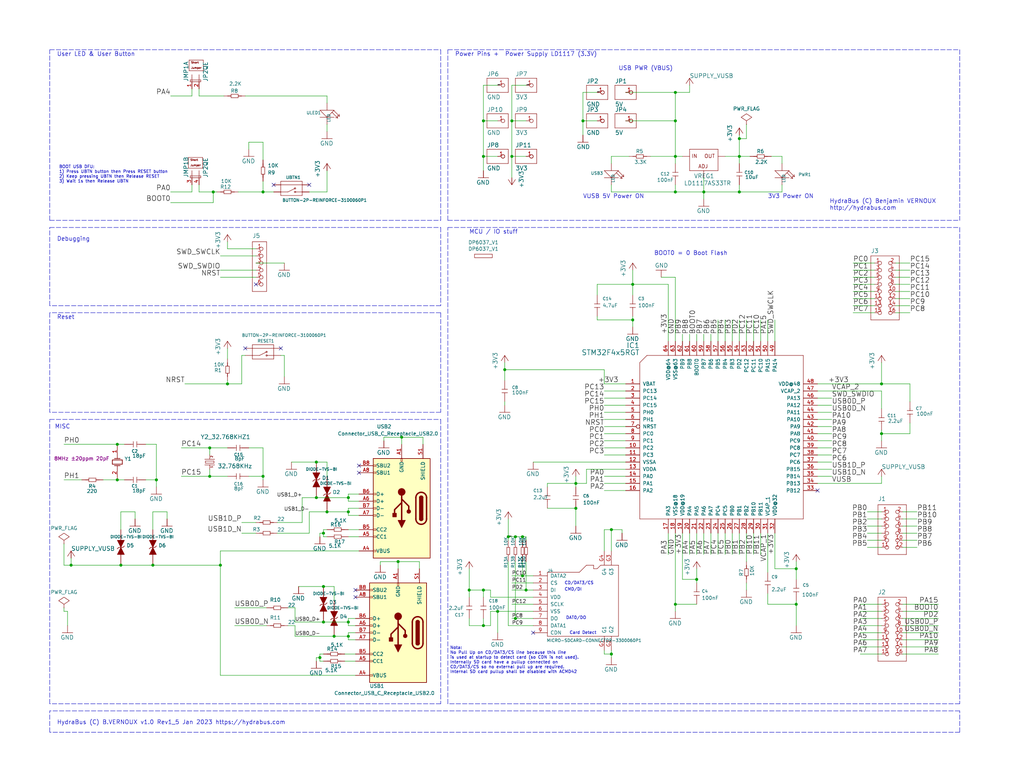
<source format=kicad_sch>
(kicad_sch (version 20211123) (generator eeschema)
  (paper "User" 365.862 273.075)
  (title_block (title "HydraBus") (date "2023-01-02") (rev "1.0 Rev 1.5"))
  (junction (at 264.16 55.88))
  (junction (at 93.98 170.18))
  (junction (at 124.46 222.25))
  (junction (at 172.72 223.52))
  (junction (at 264.16 49.53))
  (junction (at 25.4 201.93))
  (junction (at 124.46 182.88))
  (junction (at 182.88 55.88))
  (junction (at 172.72 210.82))
  (junction (at 43.18 201.93))
  (junction (at 116.84 182.88))
  (junction (at 184.15 191.77))
  (junction (at 76.2 68.58))
  (junction (at 143.51 156.21))
  (junction (at 205.74 181.61))
  (junction (at 78.74 201.93))
  (junction (at 284.48 203.2))
  (junction (at 241.3 55.88))
  (junction (at 241.3 215.9))
  (junction (at 172.72 55.88))
  (junction (at 41.91 158.75))
  (junction (at 184.15 220.98))
  (junction (at 113.03 177.8))
  (junction (at 114.3 234.95))
  (junction (at 54.61 201.93))
  (junction (at 55.88 171.45))
  (junction (at 187.96 210.82))
  (junction (at 119.38 227.33))
  (junction (at 180.34 132.08))
  (junction (at 115.57 190.5))
  (junction (at 248.92 207.01))
  (junction (at 226.06 114.3))
  (junction (at 218.44 233.68))
  (junction (at 205.74 172.72))
  (junction (at 241.3 33.02))
  (junction (at 314.96 154.94))
  (junction (at 81.28 137.16))
  (junction (at 186.69 191.77))
  (junction (at 74.93 170.18))
  (junction (at 172.72 43.18))
  (junction (at 241.3 68.58))
  (junction (at 167.64 210.82))
  (junction (at 284.48 215.9))
  (junction (at 93.98 68.58))
  (junction (at 314.96 137.16))
  (junction (at 186.69 205.74))
  (junction (at 115.57 222.25))
  (junction (at 113.03 165.1))
  (junction (at 218.44 189.23))
  (junction (at 182.88 43.18))
  (junction (at 264.16 68.58))
  (junction (at 177.8 218.44))
  (junction (at 226.06 101.6))
  (junction (at 251.46 68.58))
  (junction (at 41.91 171.45))
  (junction (at 181.61 191.77))
  (junction (at 142.24 200.66))
  (junction (at 115.57 209.55))
  (junction (at 124.46 227.33))
  (junction (at 124.46 177.8))
  (junction (at 74.93 160.02))
  (junction (at 241.3 43.18))
  (junction (at 208.28 43.18))
  (no_connect (at 91.44 101.6))
  (no_connect (at 128.27 168.91))
  (no_connect (at 292.1 175.26))
  (no_connect (at 127 213.36))
  (no_connect (at 127 210.82))
  (no_connect (at 87.63 124.46))
  (no_connect (at 97.79 66.04))
  (no_connect (at 100.33 124.46))
  (no_connect (at 190.5 226.06))
  (no_connect (at 110.49 66.04))
  (no_connect (at 128.27 166.37))
  (wire (pts (xy 209.55 172.72) (xy 209.55 167.64)))
  (wire (pts (xy 320.04 106.68) (xy 325.12 106.68)))
  (wire (pts (xy 123.19 236.22) (xy 127 236.22)))
  (wire (pts (xy 48.26 182.88) (xy 48.26 185.42)))
  (wire (pts (xy 238.76 101.6) (xy 238.76 121.92)))
  (wire (pts (xy 322.58 193.04) (xy 327.66 193.04)))
  (wire (pts (xy 93.98 160.02) (xy 93.98 170.18)))
  (wire (pts (xy 124.46 226.06) (xy 124.46 227.33)))
  (wire (pts (xy 116.84 165.1) (xy 116.84 170.18)))
  (wire (pts (xy 241.3 43.18) (xy 241.3 33.02)))
  (wire (pts (xy 325.12 137.16) (xy 325.12 143.51)))
  (wire (pts (xy 41.91 158.75) (xy 44.45 158.75)))
  (wire (pts (xy 213.36 113.03) (xy 213.36 114.3)))
  (wire (pts (xy 114.3 233.68) (xy 114.3 234.95)))
  (wire (pts (xy 127 220.98) (xy 124.46 220.98)))
  (wire (pts (xy 261.62 121.92) (xy 261.62 114.3)))
  (wire (pts (xy 314.96 182.88) (xy 309.88 182.88)))
  (wire (pts (xy 113.03 177.8) (xy 124.46 177.8)))
  (wire (pts (xy 190.5 220.98) (xy 184.15 220.98)))
  (wire (pts (xy 274.32 121.92) (xy 274.32 114.3)))
  (wire (pts (xy 322.58 220.98) (xy 335.28 220.98)))
  (wire (pts (xy 209.55 172.72) (xy 205.74 172.72)))
  (wire (pts (xy 223.52 154.94) (xy 215.9 154.94)))
  (wire (pts (xy 292.1 165.1) (xy 297.18 165.1)))
  (wire (pts (xy 186.69 191.77) (xy 186.69 193.04)))
  (wire (pts (xy 52.07 171.45) (xy 55.88 171.45)))
  (wire (pts (xy 279.4 68.58) (xy 264.16 68.58)))
  (wire (pts (xy 223.52 170.18) (xy 215.9 170.18)))
  (wire (pts (xy 95.25 217.17) (xy 83.82 217.17)))
  (wire (pts (xy 91.44 96.52) (xy 78.74 96.52)))
  (wire (pts (xy 68.58 66.04) (xy 68.58 68.58)))
  (wire (pts (xy 254 190.5) (xy 254 198.12)))
  (wire (pts (xy 71.12 31.75) (xy 71.12 34.29)))
  (wire (pts (xy 22.86 217.17) (xy 22.86 218.44)))
  (wire (pts (xy 180.34 144.78) (xy 180.34 143.51)))
  (wire (pts (xy 284.48 215.9) (xy 284.48 214.63)))
  (wire (pts (xy 312.42 101.6) (xy 304.8 101.6)))
  (wire (pts (xy 119.38 209.55) (xy 119.38 214.63)))
  (wire (pts (xy 116.84 34.29) (xy 116.84 36.83)))
  (wire (pts (xy 127 226.06) (xy 124.46 226.06)))
  (wire (pts (xy 113.03 234.95) (xy 113.03 236.22)))
  (wire (pts (xy 322.58 218.44) (xy 335.28 218.44)))
  (wire (pts (xy 320.04 101.6) (xy 325.12 101.6)))
  (wire (pts (xy 314.96 137.16) (xy 314.96 129.54)))
  (wire (pts (xy 248.92 208.28) (xy 248.92 207.01)))
  (wire (pts (xy 213.36 101.6) (xy 213.36 105.41)))
  (wire (pts (xy 55.88 171.45) (xy 55.88 173.99)))
  (wire (pts (xy 187.96 210.82) (xy 182.88 210.82)))
  (wire (pts (xy 248.92 190.5) (xy 248.92 198.12)))
  (wire (pts (xy 208.28 33.02) (xy 208.28 43.18)))
  (wire (pts (xy 256.54 121.92) (xy 256.54 114.3)))
  (wire (pts (xy 241.3 99.06) (xy 236.22 99.06)))
  (wire (pts (xy 226.06 101.6) (xy 226.06 105.41)))
  (wire (pts (xy 213.36 43.18) (xy 208.28 43.18)))
  (wire (pts (xy 205.74 172.72) (xy 205.74 173.99)))
  (wire (pts (xy 93.98 68.58) (xy 97.79 68.58)))
  (wire (pts (xy 101.6 127) (xy 101.6 134.62)))
  (wire (pts (xy 218.44 196.85) (xy 218.44 189.23)))
  (wire (pts (xy 279.4 66.04) (xy 279.4 68.58)))
  (wire (pts (xy 241.3 218.44) (xy 241.3 215.9)))
  (wire (pts (xy 88.9 50.8) (xy 93.98 50.8)))
  (wire (pts (xy 115.57 191.77) (xy 116.84 191.77)))
  (wire (pts (xy 180.34 132.08) (xy 215.9 132.08)))
  (wire (pts (xy 22.86 218.44) (xy 24.13 218.44)))
  (polyline (pts (xy 157.48 147.32) (xy 17.78 147.32)))
  (wire (pts (xy 124.46 177.8) (xy 124.46 179.07)))
  (wire (pts (xy 266.7 44.45) (xy 266.7 49.53)))
  (wire (pts (xy 292.1 147.32) (xy 297.18 147.32)))
  (wire (pts (xy 292.1 160.02) (xy 297.18 160.02)))
  (wire (pts (xy 320.04 111.76) (xy 325.12 111.76)))
  (wire (pts (xy 78.74 201.93) (xy 78.74 241.3)))
  (wire (pts (xy 275.59 55.88) (xy 279.4 55.88)))
  (wire (pts (xy 208.28 43.18) (xy 208.28 48.26)))
  (wire (pts (xy 226.06 96.52) (xy 226.06 101.6)))
  (wire (pts (xy 116.84 44.45) (xy 116.84 46.99)))
  (wire (pts (xy 190.5 223.52) (xy 181.61 223.52)))
  (wire (pts (xy 107.95 177.8) (xy 113.03 177.8)))
  (wire (pts (xy 115.57 233.68) (xy 114.3 233.68)))
  (wire (pts (xy 314.96 154.94) (xy 314.96 153.67)))
  (wire (pts (xy 186.69 205.74) (xy 182.88 205.74)))
  (wire (pts (xy 182.88 43.18) (xy 182.88 55.88)))
  (wire (pts (xy 113.03 165.1) (xy 116.84 165.1)))
  (wire (pts (xy 238.76 190.5) (xy 238.76 198.12)))
  (wire (pts (xy 22.86 171.45) (xy 29.21 171.45)))
  (wire (pts (xy 74.93 162.56) (xy 74.93 160.02)))
  (wire (pts (xy 254 121.92) (xy 254 119.38)))
  (polyline (pts (xy 160.02 251.46) (xy 160.02 81.28)))
  (wire (pts (xy 223.52 139.7) (xy 215.9 139.7)))
  (wire (pts (xy 266.7 208.28) (xy 266.7 210.82)))
  (wire (pts (xy 93.98 170.18) (xy 93.98 171.45)))
  (wire (pts (xy 322.58 233.68) (xy 335.28 233.68)))
  (wire (pts (xy 292.1 157.48) (xy 297.18 157.48)))
  (wire (pts (xy 314.96 215.9) (xy 307.34 215.9)))
  (wire (pts (xy 251.46 68.58) (xy 251.46 71.12)))
  (wire (pts (xy 314.96 193.04) (xy 309.88 193.04)))
  (wire (pts (xy 292.1 149.86) (xy 297.18 149.86)))
  (wire (pts (xy 322.58 226.06) (xy 335.28 226.06)))
  (wire (pts (xy 223.52 172.72) (xy 215.9 172.72)))
  (wire (pts (xy 223.52 149.86) (xy 215.9 149.86)))
  (wire (pts (xy 223.52 152.4) (xy 215.9 152.4)))
  (wire (pts (xy 246.38 121.92) (xy 246.38 119.38)))
  (wire (pts (xy 24.13 223.52) (xy 24.13 218.44)))
  (polyline (pts (xy 160.02 81.28) (xy 342.9 81.28)))
  (wire (pts (xy 322.58 185.42) (xy 327.66 185.42)))
  (wire (pts (xy 177.8 55.88) (xy 172.72 55.88)))
  (wire (pts (xy 312.42 104.14) (xy 304.8 104.14)))
  (wire (pts (xy 186.69 191.77) (xy 187.96 191.77)))
  (wire (pts (xy 182.88 30.48) (xy 182.88 43.18)))
  (wire (pts (xy 116.84 189.23) (xy 115.57 189.23)))
  (wire (pts (xy 135.89 200.66) (xy 142.24 200.66)))
  (wire (pts (xy 181.61 185.42) (xy 181.61 191.77)))
  (wire (pts (xy 187.96 55.88) (xy 182.88 55.88)))
  (wire (pts (xy 223.52 175.26) (xy 215.9 175.26)))
  (wire (pts (xy 187.96 30.48) (xy 182.88 30.48)))
  (wire (pts (xy 74.93 170.18) (xy 64.77 170.18)))
  (wire (pts (xy 251.46 68.58) (xy 264.16 68.58)))
  (polyline (pts (xy 17.78 111.76) (xy 17.78 147.32)))
  (wire (pts (xy 322.58 228.6) (xy 335.28 228.6)))
  (polyline (pts (xy 157.48 109.22) (xy 17.78 109.22)))
  (wire (pts (xy 187.96 191.77) (xy 187.96 193.04)))
  (polyline (pts (xy 160.02 78.74) (xy 160.02 17.78)))
  (wire (pts (xy 320.04 104.14) (xy 325.12 104.14)))
  (wire (pts (xy 322.58 187.96) (xy 327.66 187.96)))
  (wire (pts (xy 213.36 114.3) (xy 226.06 114.3)))
  (wire (pts (xy 223.52 147.32) (xy 215.9 147.32)))
  (wire (pts (xy 124.46 227.33) (xy 124.46 228.6)))
  (wire (pts (xy 284.48 207.01) (xy 284.48 203.2)))
  (polyline (pts (xy 17.78 251.46) (xy 17.78 149.86)))
  (wire (pts (xy 213.36 33.02) (xy 208.28 33.02)))
  (polyline (pts (xy 342.9 254) (xy 17.78 254)))
  (wire (pts (xy 215.9 196.85) (xy 215.9 189.23)))
  (polyline (pts (xy 342.9 251.46) (xy 160.02 251.46)))
  (wire (pts (xy 119.38 227.33) (xy 105.41 227.33)))
  (wire (pts (xy 264.16 121.92) (xy 264.16 114.3)))
  (wire (pts (xy 314.96 226.06) (xy 307.34 226.06)))
  (wire (pts (xy 91.44 91.44) (xy 78.74 91.44)))
  (wire (pts (xy 218.44 189.23) (xy 222.25 189.23)))
  (wire (pts (xy 213.36 101.6) (xy 226.06 101.6)))
  (wire (pts (xy 54.61 201.93) (xy 78.74 201.93)))
  (wire (pts (xy 172.72 223.52) (xy 172.72 220.98)))
  (wire (pts (xy 105.41 227.33) (xy 105.41 223.52)))
  (wire (pts (xy 314.96 185.42) (xy 309.88 185.42)))
  (wire (pts (xy 314.96 157.48) (xy 314.96 154.94)))
  (wire (pts (xy 86.36 127) (xy 86.36 137.16)))
  (wire (pts (xy 251.46 121.92) (xy 251.46 119.38)))
  (wire (pts (xy 68.58 31.75) (xy 68.58 34.29)))
  (polyline (pts (xy 342.9 17.78) (xy 342.9 78.74)))
  (wire (pts (xy 36.83 171.45) (xy 41.91 171.45)))
  (wire (pts (xy 95.25 223.52) (xy 83.82 223.52)))
  (polyline (pts (xy 17.78 109.22) (xy 17.78 81.28)))
  (wire (pts (xy 314.96 223.52) (xy 307.34 223.52)))
  (wire (pts (xy 222.25 189.23) (xy 222.25 190.5)))
  (wire (pts (xy 292.1 142.24) (xy 297.18 142.24)))
  (wire (pts (xy 116.84 68.58) (xy 116.84 60.96)))
  (wire (pts (xy 320.04 93.98) (xy 325.12 93.98)))
  (wire (pts (xy 322.58 231.14) (xy 335.28 231.14)))
  (wire (pts (xy 175.26 223.52) (xy 175.26 218.44)))
  (wire (pts (xy 218.44 232.41) (xy 218.44 233.68)))
  (wire (pts (xy 264.16 68.58) (xy 264.16 66.04)))
  (wire (pts (xy 181.61 191.77) (xy 184.15 191.77)))
  (wire (pts (xy 190.5 210.82) (xy 187.96 210.82)))
  (wire (pts (xy 137.16 156.21) (xy 137.16 157.48)))
  (wire (pts (xy 320.04 109.22) (xy 325.12 109.22)))
  (wire (pts (xy 81.28 137.16) (xy 86.36 137.16)))
  (wire (pts (xy 274.32 212.09) (xy 274.32 215.9)))
  (wire (pts (xy 215.9 189.23) (xy 218.44 189.23)))
  (polyline (pts (xy 17.78 81.28) (xy 157.48 81.28)))
  (wire (pts (xy 105.41 222.25) (xy 105.41 217.17)))
  (wire (pts (xy 292.1 172.72) (xy 314.96 172.72)))
  (wire (pts (xy 107.95 177.8) (xy 107.95 186.69)))
  (wire (pts (xy 124.46 189.23) (xy 128.27 189.23)))
  (wire (pts (xy 93.98 50.8) (xy 93.98 57.15)))
  (wire (pts (xy 68.58 68.58) (xy 60.96 68.58)))
  (wire (pts (xy 85.09 68.58) (xy 93.98 68.58)))
  (wire (pts (xy 55.88 158.75) (xy 55.88 171.45)))
  (wire (pts (xy 284.48 203.2) (xy 276.86 203.2)))
  (wire (pts (xy 292.1 152.4) (xy 297.18 152.4)))
  (wire (pts (xy 226.06 114.3) (xy 226.06 113.03)))
  (wire (pts (xy 172.72 223.52) (xy 175.26 223.52)))
  (wire (pts (xy 114.3 236.22) (xy 115.57 236.22)))
  (wire (pts (xy 241.3 68.58) (xy 241.3 66.04)))
  (wire (pts (xy 248.92 207.01) (xy 243.84 207.01)))
  (wire (pts (xy 205.74 172.72) (xy 195.58 172.72)))
  (wire (pts (xy 172.72 43.18) (xy 172.72 55.88)))
  (wire (pts (xy 266.7 190.5) (xy 266.7 200.66)))
  (wire (pts (xy 190.5 218.44) (xy 177.8 218.44)))
  (wire (pts (xy 209.55 167.64) (xy 223.52 167.64)))
  (wire (pts (xy 149.86 200.66) (xy 149.86 203.2)))
  (wire (pts (xy 110.49 182.88) (xy 116.84 182.88)))
  (polyline (pts (xy 342.9 261.62) (xy 17.78 261.62)))
  (wire (pts (xy 115.57 189.23) (xy 115.57 190.5)))
  (wire (pts (xy 248.92 203.2) (xy 248.92 207.01)))
  (wire (pts (xy 246.38 33.02) (xy 246.38 30.48)))
  (wire (pts (xy 43.18 182.88) (xy 48.26 182.88)))
  (wire (pts (xy 177.8 30.48) (xy 172.72 30.48)))
  (wire (pts (xy 274.32 204.47) (xy 274.32 190.5)))
  (wire (pts (xy 86.36 190.5) (xy 91.44 190.5)))
  (wire (pts (xy 276.86 121.92) (xy 276.86 114.3)))
  (wire (pts (xy 81.28 135.89) (xy 81.28 137.16)))
  (wire (pts (xy 312.42 96.52) (xy 304.8 96.52)))
  (wire (pts (xy 177.8 218.44) (xy 177.8 226.06)))
  (wire (pts (xy 71.12 34.29) (xy 80.01 34.29)))
  (wire (pts (xy 81.28 124.46) (xy 81.28 128.27)))
  (wire (pts (xy 137.16 156.21) (xy 143.51 156.21)))
  (wire (pts (xy 218.44 66.04) (xy 218.44 68.58)))
  (wire (pts (xy 322.58 215.9) (xy 335.28 215.9)))
  (wire (pts (xy 187.96 200.66) (xy 187.96 210.82)))
  (wire (pts (xy 181.61 191.77) (xy 181.61 193.04)))
  (wire (pts (xy 241.3 68.58) (xy 251.46 68.58)))
  (wire (pts (xy 142.24 200.66) (xy 149.86 200.66)))
  (wire (pts (xy 314.96 233.68) (xy 307.34 233.68)))
  (wire (pts (xy 226.06 116.84) (xy 226.06 114.3)))
  (wire (pts (xy 172.72 210.82) (xy 167.64 210.82)))
  (wire (pts (xy 243.84 207.01) (xy 243.84 190.5)))
  (wire (pts (xy 241.3 55.88) (xy 241.3 43.18)))
  (wire (pts (xy 43.18 189.23) (xy 43.18 182.88)))
  (wire (pts (xy 292.1 167.64) (xy 297.18 167.64)))
  (wire (pts (xy 264.16 58.42) (xy 264.16 55.88)))
  (wire (pts (xy 102.87 217.17) (xy 105.41 217.17)))
  (wire (pts (xy 251.46 190.5) (xy 251.46 198.12)))
  (wire (pts (xy 167.64 220.98) (xy 167.64 223.52)))
  (wire (pts (xy 91.44 88.9) (xy 81.28 88.9)))
  (polyline (pts (xy 17.78 78.74) (xy 157.48 78.74)))
  (wire (pts (xy 284.48 200.66) (xy 284.48 203.2)))
  (wire (pts (xy 172.72 55.88) (xy 172.72 60.96)))
  (wire (pts (xy 124.46 181.61) (xy 124.46 182.88)))
  (wire (pts (xy 87.63 34.29) (xy 116.84 34.29)))
  (wire (pts (xy 142.24 200.66) (xy 142.24 203.2)))
  (wire (pts (xy 180.34 132.08) (xy 180.34 135.89)))
  (wire (pts (xy 223.52 157.48) (xy 215.9 157.48)))
  (wire (pts (xy 314.96 231.14) (xy 307.34 231.14)))
  (wire (pts (xy 243.84 55.88) (xy 241.3 55.88)))
  (wire (pts (xy 76.2 68.58) (xy 77.47 68.58)))
  (wire (pts (xy 218.44 55.88) (xy 218.44 58.42)))
  (wire (pts (xy 276.86 203.2) (xy 276.86 190.5)))
  (wire (pts (xy 22.86 158.75) (xy 41.91 158.75)))
  (wire (pts (xy 248.92 215.9) (xy 241.3 215.9)))
  (polyline (pts (xy 157.48 111.76) (xy 17.78 111.76)))
  (wire (pts (xy 215.9 137.16) (xy 223.52 137.16)))
  (wire (pts (xy 292.1 170.18) (xy 297.18 170.18)))
  (wire (pts (xy 279.4 55.88) (xy 279.4 58.42)))
  (wire (pts (xy 116.84 182.88) (xy 124.46 182.88)))
  (wire (pts (xy 76.2 72.39) (xy 60.96 72.39)))
  (wire (pts (xy 190.5 215.9) (xy 182.88 215.9)))
  (wire (pts (xy 232.41 55.88) (xy 241.3 55.88)))
  (wire (pts (xy 314.96 137.16) (xy 292.1 137.16)))
  (wire (pts (xy 68.58 34.29) (xy 60.96 34.29)))
  (polyline (pts (xy 17.78 149.86) (xy 157.48 149.86)))
  (wire (pts (xy 246.38 190.5) (xy 246.38 198.12)))
  (wire (pts (xy 312.42 93.98) (xy 304.8 93.98)))
  (wire (pts (xy 320.04 99.06) (xy 325.12 99.06)))
  (wire (pts (xy 259.08 121.92) (xy 259.08 114.3)))
  (wire (pts (xy 114.3 190.5) (xy 115.57 190.5)))
  (wire (pts (xy 78.74 241.3) (xy 127 241.3)))
  (wire (pts (xy 76.2 72.39) (xy 76.2 68.58)))
  (wire (pts (xy 322.58 195.58) (xy 327.66 195.58)))
  (wire (pts (xy 314.96 172.72) (xy 314.96 170.18)))
  (wire (pts (xy 124.46 184.15) (xy 128.27 184.15)))
  (wire (pts (xy 271.78 190.5) (xy 271.78 198.12)))
  (polyline (pts (xy 157.48 149.86) (xy 157.48 251.46)))
  (wire (pts (xy 93.98 64.77) (xy 93.98 68.58)))
  (wire (pts (xy 264.16 55.88) (xy 267.97 55.88)))
  (wire (pts (xy 41.91 171.45) (xy 44.45 171.45)))
  (wire (pts (xy 241.3 33.02) (xy 246.38 33.02)))
  (wire (pts (xy 106.68 209.55) (xy 115.57 209.55)))
  (wire (pts (xy 128.27 176.53) (xy 124.46 176.53)))
  (wire (pts (xy 71.12 68.58) (xy 76.2 68.58)))
  (wire (pts (xy 184.15 220.98) (xy 182.88 220.98)))
  (wire (pts (xy 322.58 190.5) (xy 327.66 190.5)))
  (wire (pts (xy 271.78 121.92) (xy 271.78 114.3)))
  (wire (pts (xy 81.28 88.9) (xy 81.28 86.36)))
  (wire (pts (xy 99.06 186.69) (xy 107.95 186.69)))
  (wire (pts (xy 322.58 223.52) (xy 335.28 223.52)))
  (wire (pts (xy 110.49 68.58) (xy 116.84 68.58)))
  (wire (pts (xy 186.69 200.66) (xy 186.69 205.74)))
  (wire (pts (xy 124.46 227.33) (xy 119.38 227.33)))
  (wire (pts (xy 78.74 196.85) (xy 78.74 201.93)))
  (wire (pts (xy 151.13 156.21) (xy 151.13 158.75)))
  (wire (pts (xy 314.96 195.58) (xy 309.88 195.58)))
  (wire (pts (xy 81.28 170.18) (xy 74.93 170.18)))
  (wire (pts (xy 52.07 158.75) (xy 55.88 158.75)))
  (wire (pts (xy 226.06 101.6) (xy 238.76 101.6)))
  (wire (pts (xy 91.44 93.98) (xy 101.6 93.98)))
  (wire (pts (xy 124.46 222.25) (xy 124.46 223.52)))
  (wire (pts (xy 218.44 55.88) (xy 224.79 55.88)))
  (wire (pts (xy 177.8 43.18) (xy 172.72 43.18)))
  (wire (pts (xy 115.57 190.5) (xy 115.57 191.77)))
  (wire (pts (xy 135.89 200.66) (xy 135.89 201.93)))
  (wire (pts (xy 91.44 99.06) (xy 78.74 99.06)))
  (wire (pts (xy 256.54 190.5) (xy 256.54 198.12)))
  (wire (pts (xy 143.51 156.21) (xy 151.13 156.21)))
  (wire (pts (xy 74.93 160.02) (xy 64.77 160.02)))
  (wire (pts (xy 241.3 121.92) (xy 241.3 99.06)))
  (wire (pts (xy 105.41 222.25) (xy 115.57 222.25)))
  (wire (pts (xy 124.46 179.07) (xy 128.27 179.07)))
  (wire (pts (xy 167.64 210.82) (xy 167.64 213.36)))
  (polyline (pts (xy 17.78 261.62) (xy 17.78 254)))
  (wire (pts (xy 223.52 162.56) (xy 215.9 162.56)))
  (wire (pts (xy 54.61 189.23) (xy 54.61 182.88)))
  (wire (pts (xy 284.48 223.52) (xy 284.48 215.9)))
  (wire (pts (xy 167.64 223.52) (xy 172.72 223.52)))
  (wire (pts (xy 266.7 121.92) (xy 266.7 114.3)))
  (wire (pts (xy 292.1 144.78) (xy 297.18 144.78)))
  (wire (pts (xy 113.03 234.95) (xy 114.3 234.95)))
  (wire (pts (xy 182.88 55.88) (xy 182.88 63.5)))
  (wire (pts (xy 312.42 106.68) (xy 304.8 106.68)))
  (wire (pts (xy 314.96 187.96) (xy 309.88 187.96)))
  (wire (pts (xy 292.1 154.94) (xy 297.18 154.94)))
  (wire (pts (xy 88.9 53.34) (xy 88.9 50.8)))
  (wire (pts (xy 251.46 63.5) (xy 251.46 68.58)))
  (wire (pts (xy 184.15 200.66) (xy 184.15 220.98)))
  (wire (pts (xy 110.49 182.88) (xy 110.49 190.5)))
  (wire (pts (xy 124.46 228.6) (xy 127 228.6)))
  (wire (pts (xy 320.04 96.52) (xy 325.12 96.52)))
  (polyline (pts (xy 160.02 17.78) (xy 342.9 17.78)))
  (wire (pts (xy 314.96 220.98) (xy 307.34 220.98)))
  (polyline (pts (xy 342.9 81.28) (xy 342.9 251.46)))
  (wire (pts (xy 190.5 213.36) (xy 175.26 213.36)))
  (wire (pts (xy 264.16 49.53) (xy 264.16 48.26)))
  (polyline (pts (xy 342.9 261.62) (xy 342.9 254)))
  (wire (pts (xy 87.63 127) (xy 86.36 127)))
  (wire (pts (xy 175.26 213.36) (xy 175.26 210.82)))
  (wire (pts (xy 314.96 218.44) (xy 307.34 218.44)))
  (wire (pts (xy 43.18 201.93) (xy 54.61 201.93)))
  (wire (pts (xy 74.93 167.64) (xy 74.93 170.18)))
  (wire (pts (xy 215.9 232.41) (xy 215.9 233.68)))
  (wire (pts (xy 264.16 49.53) (xy 266.7 49.53)))
  (polyline (pts (xy 157.48 17.78) (xy 157.48 78.74)))
  (wire (pts (xy 25.4 201.93) (xy 43.18 201.93)))
  (polyline (pts (xy 17.78 78.74) (xy 17.78 17.78)))
  (wire (pts (xy 205.74 187.96) (xy 205.74 181.61)))
  (wire (pts (xy 314.96 139.7) (xy 292.1 139.7)))
  (wire (pts (xy 259.08 55.88) (xy 264.16 55.88)))
  (wire (pts (xy 314.96 190.5) (xy 309.88 190.5)))
  (wire (pts (xy 218.44 68.58) (xy 241.3 68.58)))
  (wire (pts (xy 88.9 170.18) (xy 93.98 170.18)))
  (wire (pts (xy 175.26 210.82) (xy 172.72 210.82)))
  (wire (pts (xy 312.42 111.76) (xy 304.8 111.76)))
  (wire (pts (xy 314.96 228.6) (xy 307.34 228.6)))
  (polyline (pts (xy 157.48 251.46) (xy 17.78 251.46)))
  (wire (pts (xy 78.74 196.85) (xy 128.27 196.85)))
  (wire (pts (xy 180.34 129.54) (xy 180.34 132.08)))
  (wire (pts (xy 243.84 121.92) (xy 243.84 119.38)))
  (wire (pts (xy 312.42 109.22) (xy 304.8 109.22)))
  (polyline (pts (xy 17.78 17.78) (xy 157.48 17.78)))
  (wire (pts (xy 190.5 165.1) (xy 223.52 165.1)))
  (wire (pts (xy 292.1 162.56) (xy 297.18 162.56)))
  (wire (pts (xy 314.96 137.16) (xy 325.12 137.16)))
  (polyline (pts (xy 157.48 111.76) (xy 157.48 147.32)))
  (wire (pts (xy 314.96 139.7) (xy 314.96 146.05)))
  (wire (pts (xy 325.12 151.13) (xy 325.12 154.94)))
  (wire (pts (xy 190.5 208.28) (xy 182.88 208.28)))
  (wire (pts (xy 123.19 233.68) (xy 127 233.68)))
  (wire (pts (xy 91.44 186.69) (xy 86.36 186.69)))
  (wire (pts (xy 184.15 191.77) (xy 186.69 191.77)))
  (wire (pts (xy 143.51 156.21) (xy 143.51 158.75)))
  (wire (pts (xy 115.57 209.55) (xy 119.38 209.55)))
  (wire (pts (xy 114.3 190.5) (xy 114.3 191.77)))
  (wire (pts (xy 105.41 223.52) (xy 102.87 223.52)))
  (wire (pts (xy 312.42 99.06) (xy 304.8 99.06)))
  (wire (pts (xy 195.58 172.72) (xy 195.58 173.99)))
  (wire (pts (xy 241.3 33.02) (xy 223.52 33.02)))
  (wire (pts (xy 124.46 223.52) (xy 127 223.52)))
  (wire (pts (xy 264.16 190.5) (xy 264.16 198.12)))
  (wire (pts (xy 184.15 191.77) (xy 184.15 193.04)))
  (wire (pts (xy 241.3 215.9) (xy 241.3 190.5)))
  (wire (pts (xy 104.14 165.1) (xy 113.03 165.1)))
  (wire (pts (xy 261.62 190.5) (xy 261.62 198.12)))
  (wire (pts (xy 223.52 43.18) (xy 241.3 43.18)))
  (wire (pts (xy 124.46 220.98) (xy 124.46 222.25)))
  (wire (pts (xy 88.9 160.02) (xy 93.98 160.02)))
  (wire (pts (xy 124.46 191.77) (xy 128.27 191.77)))
  (polyline (pts (xy 157.48 81.28) (xy 157.48 109.22)))
  (wire (pts (xy 22.86 201.93) (xy 22.86 194.31)))
  (wire (pts (xy 274.32 215.9) (xy 284.48 215.9)))
  (wire (pts (xy 114.3 234.95) (xy 114.3 236.22)))
  (wire (pts (xy 190.5 205.74) (xy 186.69 205.74)))
  (wire (pts (xy 81.28 137.16) (xy 66.04 137.16)))
  (wire (pts (xy 25.4 201.93) (xy 25.4 199.39)))
  (wire (pts (xy 54.61 182.88) (xy 59.69 182.88)))
  (wire (pts (xy 195.58 181.61) (xy 205.74 181.61)))
  (wire (pts (xy 223.52 142.24) (xy 215.9 142.24)))
  (polyline (pts (xy 160.02 78.74) (xy 342.9 78.74)))
  (wire (pts (xy 181.61 200.66) (xy 181.61 223.52)))
  (wire (pts (xy 71.12 68.58) (xy 71.12 66.04)))
  (wire (pts (xy 172.72 213.36) (xy 172.72 210.82)))
  (wire (pts (xy 205.74 170.18) (xy 205.74 172.72)))
  (wire (pts (xy 187.96 43.18) (xy 182.88 43.18)))
  (wire (pts (xy 124.46 222.25) (xy 115.57 222.25)))
  (wire (pts (xy 264.16 55.88) (xy 264.16 49.53)))
  (wire (pts (xy 124.46 176.53) (xy 124.46 177.8)))
  (wire (pts (xy 223.52 144.78) (xy 215.9 144.78)))
  (wire (pts (xy 124.46 182.88) (xy 124.46 184.15)))
  (wire (pts (xy 248.92 121.92) (xy 248.92 119.38)))
  (wire (pts (xy 322.58 182.88) (xy 327.66 182.88)))
  (wire (pts (xy 223.52 160.02) (xy 215.9 160.02)))
  (wire (pts (xy 167.64 210.82) (xy 167.64 203.2)))
  (wire (pts (xy 269.24 121.92) (xy 269.24 114.3)))
  (wire (pts (xy 259.08 190.5) (xy 259.08 198.12)))
  (wire (pts (xy 100.33 127) (xy 101.6 127)))
  (wire (pts (xy 99.06 190.5) (xy 110.49 190.5)))
  (wire (pts (xy 25.4 201.93) (xy 22.86 201.93)))
  (wire (pts (xy 215.9 233.68) (xy 218.44 233.68)))
  (wire (pts (xy 325.12 154.94) (xy 314.96 154.94)))
  (wire (pts (xy 172.72 30.48) (xy 172.72 43.18)))
  (wire (pts (xy 215.9 132.08) (xy 215.9 137.16)))
  (wire (pts (xy 128.27 181.61) (xy 124.46 181.61)))
  (wire (pts (xy 269.24 190.5) (xy 269.24 198.12)))
  (wire (pts (xy 81.28 160.02) (xy 74.93 160.02)))
  (wire (pts (xy 175.26 218.44) (xy 177.8 218.44)))
  (wire (pts (xy 241.3 58.42) (xy 241.3 55.88)))
  (wire (pts (xy 59.69 182.88) (xy 59.69 185.42)))
  (wire (pts (xy 218.44 233.68) (xy 218.44 234.95)))
  (text "Debugging" (at 20.32 86.36 0) (effects (font (size 1.4986 1.4986)) (justify left bottom)))
  (text "BOOT USB DFU:\n1) Press UBTN button then Press RESET button\n2) Keep pressing UBTN then Release RESET\n3) Wait 1s then Release UBTN" (at 21.082 65.532 0) (effects (font (size 1.0668 1.0668)) (justify left bottom)))
  (text "Card Detect" (at 203.454 226.822 0) (effects (font (size 1.0668 1.0668)) (justify left bottom)))
  (text "HydraBus (C) Benjamin VERNOUX\nhttp://hydrabus.com" (at 296.3926 75.2856 0) (effects (font (size 1.4986 1.4986)) (justify left bottom)))
  (text "MCU / IO stuff" (at 167.64 83.82 0) (effects (font (size 1.4986 1.4986)) (justify left bottom)))
  (text "BOOT0 = 0 Boot Flash" (at 233.68 91.44 0) (effects (font (size 1.4986 1.4986)) (justify left bottom)))
  (text "3V3 Power ON" (at 274.32 71.12 0) (effects (font (size 1.4986 1.4986)) (justify left bottom)))
  (text "USB PWR (VBUS)" (at 220.98 25.4 0) (effects (font (size 1.4986 1.4986)) (justify left bottom)))
  (text "CMD/DI" (at 201.676 211.328 0) (effects (font (size 1.0668 1.0668)) (justify left bottom)))
  (text "VUSB 5V Power ON" (at 208.28 71.12 0) (effects (font (size 1.4986 1.4986)) (justify left bottom)))
  (text "CD/DAT3/CS" (at 201.676 209.042 0) (effects (font (size 1.0668 1.0668)) (justify left bottom)))
  (text "User LED & User Button" (at 20.32 20.32 0) (effects (font (size 1.4986 1.4986)) (justify left bottom)))
  (text "Reset" (at 20.32 114.3 0) (effects (font (size 1.4986 1.4986)) (justify left bottom)))
  (text "HydraBus (C) B.VERNOUX v1.0 Rev1_5 Jan 2023 https://hydrabus.com" (at 20.32 259.08 0) (effects (font (size 1.4986 1.4986)) (justify left bottom)))
  (text "Power Pins +  Power Supply LD1117 (3.3V)" (at 162.56 20.32 0) (effects (font (size 1.4986 1.4986)) (justify left bottom)))
  (text "DAT0/DO" (at 202.184 221.488 0) (effects (font (size 1.0668 1.0668)) (justify left bottom)))
  (text "Nota:\nNo Pull Up on CD/DAT3/CS line because this line\nis used at startup to detect card (so CDN is not used).\nInternally SD card have a pullup connected on\nCD/DAT3/CS so no external pull up are required.\nInternal SD card pullup shall be disabled with ACMD42" (at 160.782 240.792 0) (effects (font (size 1.0668 1.0668)) (justify left bottom)))
  (text "MISC" (at 19.558 153.416 0) (effects (font (size 1.4986 1.4986)) (justify left bottom)))
  (label "PA3" (at 309.88 223.52 180) (effects (font (size 1.778 1.778))))
  (label "PC7" (at 297.18 162.56 0) (effects (font (size 1.778 1.778))))
  (label "PC10" (at 325.12 106.68 0) (effects (font (size 1.778 1.778))))
  (label "USB0D_N" (at 83.82 223.52 0) (effects (font (size 1.778 1.778))))
  (label "PC12" (at 182.88 215.9 0))
  (label "VUSB" (at 297.18 172.72 0) (effects (font (size 1.778 1.778))))
  (label "GND" (at 213.36 33.02 0) (effects (font (size 0.254 0.254))))
  (label "PA6" (at 309.88 231.14 180) (effects (font (size 1.778 1.778))))
  (label "PC2" (at 215.9 160.02 180) (effects (font (size 1.778 1.778))))
  (label "GND" (at 241.3 198.12 90) (effects (font (size 1.778 1.778))))
  (label "USB0D_P" (at 83.82 217.17 0) (effects (font (size 1.778 1.778))))
  (label "PB2" (at 309.88 187.96 180) (effects (font (size 1.778 1.778))))
  (label "PB5" (at 309.88 195.58 180) (effects (font (size 1.778 1.778))))
  (label "PB11" (at 271.78 198.12 90) (effects (font (size 1.778 1.778))))
  (label "GND" (at 177.8 30.48 0) (effects (font (size 0.254 0.254))))
  (label "PA0" (at 215.9 170.18 180) (effects (font (size 1.778 1.778))))
  (label "PC12" (at 266.7 119.38 90) (effects (font (size 1.778 1.778))))
  (label "PD2" (at 182.88 210.82 0))
  (label "PC15" (at 325.12 93.98 0) (effects (font (size 1.778 1.778))))
  (label "PC8" (at 297.18 160.02 0) (effects (font (size 1.778 1.778))))
  (label "SWD_SWDIO" (at 78.74 96.52 180) (effects (font (size 1.778 1.778))))
  (label "PB11" (at 327.66 182.88 0) (effects (font (size 1.778 1.778))))
  (label "PB6" (at 254 119.38 90) (effects (font (size 1.778 1.778))))
  (label "+3V3" (at 238.76 119.38 90) (effects (font (size 1.778 1.778))))
  (label "USB0_D-" (at 105.41 227.33 0))
  (label "PC1" (at 304.8 96.52 0) (effects (font (size 1.778 1.778))))
  (label "PC13" (at 215.9 139.7 180) (effects (font (size 1.778 1.778))))
  (label "BOOT0" (at 248.92 119.38 90) (effects (font (size 1.778 1.778))))
  (label "PC4" (at 256.54 198.12 90) (effects (font (size 1.778 1.778))))
  (label "+3V3" (at 243.84 198.12 90) (effects (font (size 1.778 1.778))))
  (label "PD2" (at 264.16 119.38 90) (effects (font (size 1.778 1.778))))
  (label "PH1" (at 22.86 171.45 0) (effects (font (size 1.778 1.778))))
  (label "PB9" (at 243.84 119.38 90) (effects (font (size 1.778 1.778))))
  (label "BOOT0" (at 335.28 218.44 180) (effects (font (size 1.778 1.778))))
  (label "USB1_D+" (at 107.95 177.8 180))
  (label "PB1" (at 309.88 185.42 180) (effects (font (size 1.778 1.778))))
  (label "PB9" (at 327.66 187.96 0) (effects (font (size 1.778 1.778))))
  (label "PC11" (at 182.88 208.28 0))
  (label "+3V3" (at 276.86 198.12 90) (effects (font (size 1.778 1.778))))
  (label "PH0" (at 22.86 158.75 0) (effects (font (size 1.778 1.778))))
  (label "PB4" (at 259.08 119.38 90) (effects (font (size 1.778 1.778))))
  (label "PC11" (at 325.12 104.14 0) (effects (font (size 1.778 1.778))))
  (label "PC3" (at 215.9 162.56 180) (effects (font (size 1.778 1.778))))
  (label "VCAP_2" (at 297.18 139.7 0) (effects (font (size 1.778 1.778))))
  (label "USB0D_N" (at 297.18 147.32 0) (effects (font (size 1.778 1.778))))
  (label "USB1D_P" (at 86.36 186.69 180) (effects (font (size 1.778 1.778))))
  (label "PB5" (at 256.54 119.38 90) (effects (font (size 1.778 1.778))))
  (label "PB10" (at 327.66 185.42 0) (effects (font (size 1.778 1.778))))
  (label "PC6" (at 304.8 109.22 0) (effects (font (size 1.778 1.778))))
  (label "PA6" (at 251.46 198.12 90) (effects (font (size 1.778 1.778))))
  (label "PA0" (at 309.88 215.9 180) (effects (font (size 1.778 1.778))))
  (label "PC1" (at 215.9 157.48 180) (effects (font (size 1.778 1.778))))
  (label "PA8" (at 335.28 233.68 180) (effects (font (size 1.778 1.778))))
  (label "PC6" (at 297.18 165.1 0) (effects (font (size 1.778 1.778))))
  (label "USB0_D+" (at 105.41 222.25 0))
  (label "PC15" (at 215.9 144.78 180) (effects (font (size 1.778 1.778))))
  (label "PC0" (at 304.8 93.98 0) (effects (font (size 1.778 1.778))))
  (label "+3V3" (at 187.96 30.48 0) (effects (font (size 0.254 0.254))))
  (label "PB10" (at 269.24 198.12 90) (effects (font (size 1.778 1.778))))
  (label "PC14" (at 325.12 96.52 0) (effects (font (size 1.778 1.778))))
  (label "PC8" (at 182.88 220.98 0))
  (label "PB3" (at 261.62 119.38 90) (effects (font (size 1.778 1.778))))
  (label "NRST" (at 78.74 99.06 180) (effects (font (size 1.778 1.778))))
  (label "PC2" (at 304.8 99.06 0) (effects (font (size 1.778 1.778))))
  (label "PA2" (at 309.88 220.98 180) (effects (font (size 1.778 1.778))))
  (label "PA8" (at 297.18 154.94 0) (effects (font (size 1.778 1.778))))
  (label "PC10" (at 182.88 205.74 0))
  (label "PA10" (at 297.18 149.86 0) (effects (font (size 1.778 1.778))))
  (label "PB8" (at 327.66 190.5 0) (effects (font (size 1.778 1.778))))
  (label "USB1_D-" (at 110.49 182.88 180))
  (label "USB0D_N" (at 335.28 226.06 180) (effects (font (size 1.778 1.778))))
  (label "PC9" (at 182.88 223.52 0))
  (label "PC7" (at 304.8 111.76 0) (effects (font (size 1.778 1.778))))
  (label "PA4" (at 309.88 226.06 180) (effects (font (size 1.778 1.778))))
  (label "PC13" (at 325.12 99.06 0) (effects (font (size 1.778 1.778))))
  (label "PA7" (at 254 198.12 90) (effects (font (size 1.778 1.778))))
  (label "PC9" (at 297.18 157.48 0) (effects (font (size 1.778 1.778))))
  (label "PA9" (at 297.18 152.4 0) (effects (font (size 1.778 1.778))))
  (label "USB1D_P" (at 297.18 167.64 0) (effects (font (size 1.778 1.778))))
  (label "PA1" (at 215.9 172.72 180) (effects (font (size 1.778 1.778))))
  (label "PB8" (at 246.38 119.38 90) (effects (font (size 1.778 1.778))))
  (label "PC5" (at 304.8 106.68 0) (effects (font (size 1.778 1.778))))
  (label "PC9" (at 325.12 109.22 0) (effects (font (size 1.778 1.778))))
  (label "PC15" (at 64.77 170.18 0) (effects (font (size 1.778 1.778))))
  (label "PB7" (at 327.66 193.04 0) (effects (font (size 1.778 1.778))))
  (label "PC3" (at 304.8 101.6 0) (effects (font (size 1.778 1.778))))
  (label "PB4" (at 309.88 193.04 180) (effects (font (size 1.778 1.778))))
  (label "PB7" (at 251.46 119.38 90) (effects (font (size 1.778 1.778))))
  (label "+3V3" (at 220.98 137.16 180) (effects (font (size 1.778 1.778))))
  (label "PA2" (at 215.9 175.26 180) (effects (font (size 1.778 1.778))))
  (label "USB1D_N" (at 86.36 190.5 180) (effects (font (size 1.778 1.778))))
  (label "PC14" (at 64.77 160.02 0) (effects (font (size 1.778 1.778))))
  (label "PB6" (at 327.66 195.58 0) (effects (font (size 1.778 1.778))))
  (label "PC8" (at 325.12 111.76 0) (effects (font (size 1.778 1.778))))
  (label "PB1" (at 264.16 198.12 90) (effects (font (size 1.778 1.778))))
  (label "PC11" (at 269.24 119.38 90) (effects (font (size 1.778 1.778))))
  (label "PH1" (at 215.9 149.86 180) (effects (font (size 1.778 1.778))))
  (label "PA3" (at 238.76 198.12 90) (effects (font (size 1.778 1.778))))
  (label "USB0D_P" (at 335.28 223.52 180) (effects (font (size 1.778 1.778))))
  (label "USB1D_N" (at 297.18 170.18 0) (effects (font (size 1.778 1.778))))
  (label "PB3" (at 309.88 190.5 180) (effects (font (size 1.778 1.778))))
  (label "PA7" (at 309.88 233.68 180) (effects (font (size 1.778 1.778))))
  (label "SWD_SWCLK" (at 78.74 91.44 180) (effects (font (size 1.778 1.778))))
  (label "PB2" (at 266.7 198.12 90) (effects (font (size 1.778 1.778))))
  (label "PA10" (at 335.28 228.6 180) (effects (font (size 1.778 1.778))))
  (label "PB0" (at 261.62 198.12 90) (effects (font (size 1.778 1.778))))
  (label "+3V3" (at 181.61 191.77 0) (effects (font (size 0.254 0.254))))
  (label "PA4" (at 246.38 198.12 90) (effects (font (size 1.778 1.778))))
  (label "VCAP_1" (at 274.32 200.66 90) (effects (font (size 1.778 1.778))))
  (label "SWD_SWDIO" (at 297.18 142.24 0) (effects (font (size 1.778 1.778))))
  (label "SWD_SWCLK" (at 276.86 119.38 90) (effects (font (size 1.778 1.778))))
  (label "PA9" (at 335.28 231.14 180) (effects (font (size 1.778 1.778))))
  (label "PA15" (at 335.28 215.9 180) (effects (font (size 1.778 1.778))))
  (label "PC14" (at 215.9 142.24 180) (effects (font (size 1.778 1.778))))
  (label "PC5" (at 259.08 198.12 90) (effects (font (size 1.778 1.778))))
  (label "PA4" (at 60.96 34.29 180) (effects (font (size 1.778 1.778))))
  (label "BOOT0" (at 60.96 72.39 180) (effects (font (size 1.778 1.778))))
  (label "PC12" (at 325.12 101.6 0) (effects (font (size 1.778 1.778))))
  (label "PA0" (at 60.96 68.58 180) (effects (font (size 1.778 1.778))))
  (label "PC0" (at 215.9 154.94 180) (effects (font (size 1.778 1.778))))
  (label "PD2" (at 335.28 220.98 180) (effects (font (size 1.778 1.778))))
  (label "PB0" (at 309.88 182.88 180) (effects (font (size 1.778 1.778))))
  (label "+3V3" (at 295.91 137.16 0) (effects (font (size 1.778 1.778))))
  (label "NRST" (at 66.04 137.16 180) (effects (font (size 1.778 1.778))))
  (label "PA15" (at 274.32 119.38 90) (effects (font (size 1.778 1.778))))
  (label "NRST" (at 215.9 152.4 180) (effects (font (size 1.778 1.778))))
  (label "PA5" (at 309.88 228.6 180) (effects (font (size 1.778 1.778))))
  (label "GND" (at 241.3 119.38 90) (effects (font (size 1.778 1.778))))
  (label "PH0" (at 215.9 147.32 180) (effects (font (size 1.778 1.778))))
  (label "PC10" (at 271.78 119.38 90) (effects (font (size 1.778 1.778))))
  (label "PA5" (at 248.92 198.12 90) (effects (font (size 1.778 1.778))))
  (label "PA1" (at 309.88 218.44 180) (effects (font (size 1.778 1.778))))
  (label "PC4" (at 304.8 104.14 0) (effects (font (size 1.778 1.778))))
  (label "USB0D_P" (at 297.18 144.78 0) (effects (font (size 1.778 1.778))))
  (symbol (lib_id "HydraBus:GND") (at 172.72 63.5 0) (unit 1)
    (property "Reference" "#GND010" (effects hide))
    (property "Value" "GND" (at 170.18 66.04 0) (effects (font (size 1.4986 1.4986)) (justify left bottom)))
  )
  (symbol (lib_id "HydraBus:GND") (at 93.98 173.99 0) (unit 1)
    (property "Reference" "#GND031" (effects hide))
    (property "Value" "GND" (at 91.44 176.53 0) (effects (font (size 1.4986 1.4986)) (justify left bottom)))
  )
  (symbol (lib_id "HydraBus:C-0603") (at 180.34 139.7 270) (unit 1)
    (property "Reference" "C8" (at 182.88 139.065 90) (effects (font (size 1.0668 1.0668)) (justify left bottom)))
    (property "Value" "100nF" (at 182.88 140.97 90) (effects (justify left bottom)))
    (property "Footprint" "HydraBus:C0603" (effects hide))
    (property "LCSC_Part" "C14663" (effects hide))
  )
  (symbol (lib_id "HydraBus:PINHD-1X1") (at 190.5 30.48 0) (unit 1)
    (property "Reference" "JP7" (at 184.15 27.305 0) (effects (font (size 1.4986 1.4986)) (justify left bottom)))
    (property "Value" "3V3" (at 184.15 35.56 0) (effects (font (size 1.4986 1.4986)) (justify left bottom)))
    (property "Footprint" "HydraBus:1X01" (effects hide))
  )
  (symbol (lib_id "HydraBus:PINHD-1X1") (at 226.06 43.18 0) (unit 1)
    (property "Reference" "JP4" (at 219.71 40.005 0) (effects (font (size 1.4986 1.4986)) (justify left bottom)))
    (property "Value" "5V" (at 219.71 48.26 0) (effects (font (size 1.4986 1.4986)) (justify left bottom)))
    (property "Footprint" "HydraBus:1X01" (effects hide))
  )
  (symbol (lib_id "HydraBus:C-0603") (at 195.58 177.8 270) (unit 1)
    (property "Reference" "C13" (at 190.5 175.895 90) (effects (font (size 1.0668 1.0668)) (justify left bottom)))
    (property "Value" "2.2uF" (at 190.5 178.435 90) (effects (justify left bottom)))
    (property "Footprint" "HydraBus:C0603" (effects hide))
    (property "LCSC_Part" "C23630" (effects hide))
  )
  (symbol (lib_id "HydraBus:GND") (at 101.6 137.16 0) (unit 1)
    (property "Reference" "#GND04" (effects hide))
    (property "Value" "GND" (at 99.06 139.7 0) (effects (font (size 1.4986 1.4986)) (justify left bottom)))
  )
  (symbol (lib_id "HydraBus:GND") (at 236.22 96.52 180) (unit 1)
    (property "Reference" "#GND016" (effects hide))
    (property "Value" "GND" (at 238.76 93.98 0) (effects (font (size 1.4986 1.4986)) (justify left bottom)))
  )
  (symbol (lib_id "HydraBus:R-0603") (at 99.06 217.17 180) (unit 1)
    (property "Reference" "R10" (at 100.33 213.5886 0) (effects (justify left bottom)))
    (property "Value" "22" (at 102.87 216.916 0) (effects (justify right top)))
    (property "Footprint" "HydraBus:R0603" (effects hide))
    (property "OPL" "0010010P1 RC0603JR-0722RL SMD RES 22R-5%-1/10W" (effects hide))
    (property "LCSC_Part" "C23345" (effects hide))
  )
  (symbol (lib_id "HydraBus:PINHD-1X1") (at 226.06 33.02 0) (unit 1)
    (property "Reference" "JP1" (at 219.71 29.845 0) (effects (font (size 1.4986 1.4986)) (justify left bottom)))
    (property "Value" "5V" (at 219.71 38.1 0) (effects (font (size 1.4986 1.4986)) (justify left bottom)))
    (property "Footprint" "HydraBus:1X01" (effects hide))
  )
  (symbol (lib_id "HydraBus:BUTTON-2P-REINFORCE-3100060P1") (at 93.98 125.73 0) (unit 1)
    (property "Reference" "RESET1" (at 91.948 122.428 0) (effects (font (size 1.0668 1.0668)) (justify left bottom)))
    (property "Value" "BUTTON-2P-REINFORCE-3100060P1" (at 86.36 120.396 0) (effects (font (size 1.0668 1.0668)) (justify left bottom)))
    (property "Footprint" "HydraBus:4P-SMD-7.0X3.5X3.5H-90D" (effects hide))
  )
  (symbol (lib_id "HydraBus:GND") (at 55.88 176.53 0) (unit 1)
    (property "Reference" "#GND03" (effects hide))
    (property "Value" "GND" (at 53.34 179.07 0) (effects (font (size 1.4986 1.4986)) (justify left bottom)))
  )
  (symbol (lib_id "HydraBus:C-0603") (at 205.74 177.8 270) (unit 1)
    (property "Reference" "C6" (at 208.28 177.8 90) (effects (font (size 1.0668 1.0668)) (justify left bottom)))
    (property "Value" "100nF" (at 208.28 180.34 90) (effects (justify left bottom)))
    (property "Footprint" "HydraBus:C0603" (effects hide))
    (property "LCSC_Part" "C14663" (effects hide))
  )
  (symbol (lib_id "HydraBus:C-0603") (at 167.64 217.17 90) (unit 1)
    (property "Reference" "C17" (at 165.735 219.075 90) (effects (font (size 1.0668 1.0668)) (justify left bottom)))
    (property "Value" "2.2uF" (at 165.735 216.535 90) (effects (justify left bottom)))
    (property "Footprint" "HydraBus:C0603" (effects hide))
    (property "LCSC_Part" "C23630" (effects hide))
  )
  (symbol (lib_id "HydraBus:C-0805") (at 264.16 62.23 270) (unit 1)
    (property "Reference" "C10" (at 265.938 62.23 90) (effects (font (size 1.0668 1.0668)) (justify left bottom)))
    (property "Value" "10uF" (at 266.192 64.008 90) (effects (justify left bottom)))
    (property "Footprint" "HydraBus:C0805" (effects hide))
    (property "LCSC_Part" "C15850" (effects hide))
  )
  (symbol (lib_id "HydraBus:R-0603") (at 228.6 55.88 180) (unit 1)
    (property "Reference" "R5" (at 229.87 53.34 0) (effects (justify left bottom)))
    (property "Value" "3.3K" (at 231.14 57.15 0) (effects (justify left bottom)))
    (property "Footprint" "HydraBus:R0603" (effects hide))
    (property "LCSC_Part" "C22978" (effects hide))
  )
  (symbol (lib_id "HydraBus:C-0603") (at 85.09 170.18 0) (unit 1)
    (property "Reference" "C16" (at 83.566 173.482 0) (effects (font (size 1.0668 1.0668)) (justify left bottom)))
    (property "Value" "8pF" (at 83.566 175.26 0) (effects (justify left bottom)))
    (property "Footprint" "HydraBus:C0603" (effects hide))
  )
  (symbol (lib_id "HydraBus:C-0603") (at 226.06 109.22 270) (unit 1)
    (property "Reference" "C3" (at 227.965 107.315 90) (effects (font (size 1.0668 1.0668)) (justify left bottom)))
    (property "Value" "100nF" (at 227.965 109.855 90) (effects (justify left bottom)))
    (property "Footprint" "HydraBus:C0603" (effects hide))
    (property "LCSC_Part" "C14663" (effects hide))
  )
  (symbol (lib_id "HydraBus:+3V3") (at 167.64 200.66 0) (unit 1)
    (property "Reference" "#+3V012" (effects hide))
    (property "Value" "+3V3" (at 165.1 205.74 90) (effects (font (size 1.4986 1.4986)) (justify left bottom)))
  )
  (symbol (lib_id "HydraBus:+3V3") (at 116.84 58.42 0) (unit 1)
    (property "Reference" "#+3V04" (effects hide))
    (property "Value" "+3V3" (at 114.3 63.5 90) (effects (font (size 1.4986 1.4986)) (justify left bottom)))
  )
  (symbol (lib_id "HydraBus:C-0603") (at 172.72 217.17 270) (unit 1)
    (property "Reference" "C18" (at 174.625 215.265 90) (effects (font (size 1.0668 1.0668)) (justify left bottom)))
    (property "Value" "100nF" (at 174.625 217.805 90) (effects (justify left bottom)))
    (property "Footprint" "HydraBus:C0603" (effects hide))
    (property "LCSC_Part" "C14663" (effects hide))
  )
  (symbol (lib_id "HydraBus:C-0603") (at 274.32 208.28 90) (unit 1)
    (property "Reference" "C9" (at 275.59 206.756 90) (effects (font (size 1.0668 1.0668)) (justify right top)))
    (property "Value" "2.2uF" (at 275.59 211.328 90) (effects (justify right top)))
    (property "Footprint" "HydraBus:C0603" (effects hide))
    (property "LCSC_Part" "C23630" (effects hide))
  )
  (symbol (lib_id "HydraBus:JP2QE") (at 68.58 63.5 0) (unit 2)
    (property "Reference" "JMP1" (at 67.31 63.5 90) (effects (font (size 1.4986 1.4986)) (justify left bottom)))
    (property "Value" "JP2QE" (at 74.295 63.5 90) (effects (font (size 1.4986 1.4986)) (justify left bottom)))
    (property "Footprint" "HydraBus:JP2Q" (effects hide))
  )
  (symbol (lib_id "HydraBus:JP2QE") (at 68.58 29.21 0) (unit 1)
    (property "Reference" "JMP1" (at 67.31 29.21 90) (effects (font (size 1.4986 1.4986)) (justify left bottom)))
    (property "Value" "JP2QE" (at 74.295 29.21 90) (effects (font (size 1.4986 1.4986)) (justify left bottom)))
    (property "Footprint" "HydraBus:JP2Q" (effects hide))
  )
  (symbol (lib_id "HydraBus:LED") (at 279.4 62.23 270) (unit 1)
    (property "Reference" "PWR1" (at 285.242 62.992 90) (effects (font (size 1.0668 1.0668)) (justify left bottom)))
    (property "Value" "LED" (at 279.4 62.23 0) (effects (font (size 1.0668 1.0668)) (justify left bottom)))
    (property "Footprint" "HydraBus:LED0603" (effects hide))
    (property "LCSC_Part" "C72043" (effects hide))
  )
  (symbol (lib_id "HydraBus:PINHD-1X1") (at 190.5 55.88 0) (unit 1)
    (property "Reference" "JP11" (at 184.15 52.705 0) (effects (font (size 1.4986 1.4986)) (justify left bottom)))
    (property "Value" "3V3" (at 184.15 60.96 0) (effects (font (size 1.4986 1.4986)) (justify left bottom)))
    (property "Footprint" "HydraBus:1X01" (effects hide))
  )
  (symbol (lib_id "HydraBus:CON_HEADER_2X06") (at 314.96 187.96 0) (unit 1)
    (property "Reference" "J1" (at 313.69 179.07 0) (effects (font (size 1.4986 1.4986)) (justify left bottom)))
    (property "Value" "CON_HEADER_2X07" (effects hide))
    (property "Footprint" "HydraBus:M2X6" (effects hide))
    (property "LCSC_Part" "PRPC007DFBN-RC" (effects hide))
  )
  (symbol (lib_id "HydraBus:LED") (at 218.44 62.23 270) (unit 1)
    (property "Reference" "USB3" (at 211.074 62.484 90) (effects (font (size 1.0668 1.0668)) (justify left bottom)))
    (property "Value" "LED" (at 218.44 62.23 0) (effects (font (size 1.0668 1.0668)) (justify left bottom)))
    (property "Footprint" "HydraBus:LED0603" (effects hide))
    (property "LCSC_Part" "C72043" (effects hide))
  )
  (symbol (lib_id "HydraBus:GND") (at 226.06 119.38 0) (unit 1)
    (property "Reference" "#GND02" (effects hide))
    (property "Value" "GND" (at 223.52 121.92 0) (effects (font (size 1.4986 1.4986)) (justify left bottom)))
  )
  (symbol (lib_id "HydraBus:R-0603") (at 33.02 171.45 180) (unit 1)
    (property "Reference" "R4" (at 34.29 172.974 0) (effects (justify left bottom)))
    (property "Value" "220" (at 34.798 174.752 0) (effects (justify left bottom)))
    (property "Footprint" "HydraBus:R0603" (effects hide))
    (property "LCSC_Part" "C22962" (effects hide))
  )
  (symbol (lib_id "HydraBus:+3V3") (at 248.92 200.66 0) (unit 1)
    (property "Reference" "#+3V09" (effects hide))
    (property "Value" "+3V3" (at 246.38 205.74 90) (effects (font (size 1.4986 1.4986)) (justify left bottom)))
  )
  (symbol (lib_id "HydraBus:PINHD-1X1") (at 180.34 30.48 0) (unit 1)
    (property "Reference" "JP6" (at 173.99 27.305 0) (effects (font (size 1.4986 1.4986)) (justify left bottom)))
    (property "Value" "GND" (at 173.99 35.56 0) (effects (font (size 1.4986 1.4986)) (justify left bottom)))
    (property "Footprint" "HydraBus:1X01" (effects hide))
  )
  (symbol (lib_id "HydraBus:PINHD-1X1") (at 180.34 43.18 0) (unit 1)
    (property "Reference" "JP10" (at 173.99 40.005 0) (effects (font (size 1.4986 1.4986)) (justify left bottom)))
    (property "Value" "GND" (at 173.99 48.26 0) (effects (font (size 1.4986 1.4986)) (justify left bottom)))
    (property "Footprint" "HydraBus:1X01" (effects hide))
  )
  (symbol (lib_id "HydraBus:+3V3") (at 264.16 45.72 0) (unit 1)
    (property "Reference" "#+3V05" (effects hide))
    (property "Value" "+3V3" (at 261.62 50.8 90) (effects (font (size 1.4986 1.4986)) (justify left bottom)))
  )
  (symbol (lib_id "HydraBus:PINHD-1X1") (at 215.9 33.02 0) (unit 1)
    (property "Reference" "JP2" (at 209.55 29.845 0) (effects (font (size 1.4986 1.4986)) (justify left bottom)))
    (property "Value" "GND" (at 209.55 38.1 0) (effects (font (size 1.4986 1.4986)) (justify left bottom)))
    (property "Footprint" "HydraBus:1X01" (effects hide))
  )
  (symbol (lib_id "HydraBus:GND") (at 205.74 190.5 0) (unit 1)
    (property "Reference" "#GND011" (effects hide))
    (property "Value" "GND" (at 203.2 193.04 0) (effects (font (size 1.4986 1.4986)) (justify left bottom)))
  )
  (symbol (lib_id "HydraBus:R-0603") (at 95.25 186.69 180) (unit 1)
    (property "Reference" "R2" (at 93.218 184.3786 0) (effects (justify left bottom)))
    (property "Value" "22" (at 99.06 186.182 0) (effects (justify right top)))
    (property "Footprint" "HydraBus:R0603" (effects hide))
    (property "OPL" "0010010P1 RC0603JR-0722RL SMD RES 22R-5%-1/10W" (effects hide))
    (property "LCSC_Part" "C23345" (effects hide))
  )
  (symbol (lib_id "HydraBus:GND") (at 241.3 220.98 0) (unit 1)
    (property "Reference" "#GND05" (effects hide))
    (property "Value" "GND" (at 238.76 223.52 0) (effects (font (size 1.4986 1.4986)) (justify left bottom)))
  )
  (symbol (lib_id "HydraBus:DP6037_V1") (at 173.355 89.535 0) (unit 1)
    (property "Reference" "DP6037_V1" (at 172.72 86.614 0))
    (property "Value" "DP6037_V1" (at 172.72 88.9254 0))
    (property "Footprint" "HydraBus_1_0_Rev1_3:DP6037_V1" (effects hide))
  )
  (symbol (lib_id "HydraBus:STM32F405RT") (at 256.54 154.94 0) (unit 1)
    (property "Reference" "IC1" (at 228.6 124.46 0) (effects (font (size 1.8542 1.8542)) (justify right bottom)))
    (property "Value" "STM32F4x5RGT" (at 228.6 127 0) (effects (font (size 1.8542 1.8542)) (justify right bottom)))
    (property "Footprint" "HydraBus:LQFP64" (effects hide))
    (property "LCSC_Part" "C15742" (effects hide))
  )
  (symbol (lib_id "HydraBus:SHORT-JUMPER-2P-3460440P1") (at 69.85 58.166 0) (unit 1)
    (property "Reference" "JMP_UBTN1" (effects hide))
    (property "Value" "SHORT-JUMPER-2P-3460440P1" (effects hide))
    (property "Footprint" "HydraBus:2P-2.54" (effects hide))
  )
  (symbol (lib_id "HydraBus:SMD-5032_2P_8MHz_20ppm_20pF") (at 41.91 153.67 270) (unit 1)
    (property "Reference" "Y1" (at 44.45 163.9316 90) (effects (justify left)))
    (property "Value" "SMD-5032_2P_8MHz_20ppm_20pF" (effects hide))
    (property "Footprint" "HydraBus:SMD-5032_2P" (effects hide))
    (property "Datasheet" "http://www.szlcsc.com/product/details_117214.html" (effects hide))
    (property "Package" "SMD-5032_2P" (effects hide))
    (property "Comment" "8MHz ±20ppm 20pF" (at 19.304 163.83 90) (effects (justify left)))
    (property "LCSC_Part" "C115962" (effects hide))
  )
  (symbol (lib_id "HydraBus:SHORT-JUMPER-2P-3460440P1") (at 70.104 23.368 0) (unit 1)
    (property "Reference" "JMP_ULED1" (effects hide))
    (property "Value" "SHORT-JUMPER-2P-3460440P1" (effects hide))
    (property "Footprint" "HydraBus:2P-2.54" (effects hide))
  )
  (symbol (lib_id "HydraBus:PINHD-1X1") (at 190.5 43.18 0) (unit 1)
    (property "Reference" "JP9" (at 184.15 40.005 0) (effects (font (size 1.4986 1.4986)) (justify left bottom)))
    (property "Value" "3V3" (at 184.15 48.26 0) (effects (font (size 1.4986 1.4986)) (justify left bottom)))
    (property "Footprint" "HydraBus:1X01" (effects hide))
  )
  (symbol (lib_id "HydraBus:C-0603") (at 325.12 147.32 270) (unit 1)
    (property "Reference" "C7" (at 327.152 146.558 90) (effects (font (size 1.0668 1.0668)) (justify left bottom)))
    (property "Value" "100nF" (at 327.406 148.59 90) (effects (justify left bottom)))
    (property "Footprint" "HydraBus:C0603" (effects hide))
    (property "LCSC_Part" "C14663" (effects hide))
  )
  (symbol (lib_id "HydraBus:R-0603") (at 266.7 204.47 270) (unit 1)
    (property "Reference" "R7" (at 264.16 203.2 0) (effects (justify left bottom)))
    (property "Value" "10K" (at 267.97 201.93 0) (effects (justify left bottom)))
    (property "Footprint" "HydraBus:R0603" (effects hide))
    (property "LCSC_Part" "C25804" (effects hide))
  )
  (symbol (lib_id "HydraBus:PINHD-1X1") (at 215.9 43.18 0) (unit 1)
    (property "Reference" "JP3" (at 209.55 40.005 0) (effects (font (size 1.4986 1.4986)) (justify left bottom)))
    (property "Value" "GND" (at 209.55 48.26 0) (effects (font (size 1.4986 1.4986)) (justify left bottom)))
    (property "Footprint" "HydraBus:1X01" (effects hide))
  )
  (symbol (lib_id "HydraBus:LED") (at 116.84 40.64 270) (unit 1)
    (property "Reference" "ULED1" (at 109.474 40.894 90) (effects (font (size 1.0668 1.0668)) (justify left bottom)))
    (property "Value" "LED" (at 116.84 40.64 0) (effects (font (size 1.0668 1.0668)) (justify left bottom)))
    (property "Footprint" "HydraBus:LED0603" (effects hide))
    (property "LCSC_Part" "C72043" (effects hide))
  )
  (symbol (lib_id "HydraBus:GND") (at 314.96 160.02 0) (unit 1)
    (property "Reference" "#GND015" (effects hide))
    (property "Value" "GND" (at 312.42 162.56 0) (effects (font (size 1.4986 1.4986)) (justify left bottom)))
  )
  (symbol (lib_id "HydraBus:+3V3") (at 182.88 66.04 180) (unit 1)
    (property "Reference" "#+3V06" (effects hide))
    (property "Value" "+3V3" (at 185.42 60.96 90) (effects (font (size 1.4986 1.4986)) (justify left bottom)))
  )
  (symbol (lib_id "HydraBus:R-0603") (at 81.28 68.58 180) (unit 1)
    (property "Reference" "R12" (at 82.55 66.04 0) (effects (justify left bottom)))
    (property "Value" "10K" (at 82.804 64.008 0) (effects (justify left bottom)))
    (property "Footprint" "HydraBus:R0603" (effects hide))
    (property "LCSC_Part" "C25804" (effects hide))
  )
  (symbol (lib_id "HydraBus:CRYSTALTC38H") (at 74.93 165.1 90) (unit 1)
    (property "Reference" "Y2_32.768KHZ1" (at 71.628 156.972 90) (effects (font (size 1.4986 1.4986)) (justify right top)))
    (property "Value" "32.768KHz" (at 77.724 167.386 90) (effects (font (size 1.4986 1.4986)) (justify right top)))
    (property "Footprint" "HydraBus:TC38H" (effects hide))
  )
  (symbol (lib_id "HydraBus:+3V3") (at 284.48 198.12 0) (unit 1)
    (property "Reference" "#+3V08" (effects hide))
    (property "Value" "+3V3" (at 281.94 203.2 90) (effects (font (size 1.4986 1.4986)) (justify left bottom)))
  )
  (symbol (lib_id "HydraBus:CON_HEADER_1X06-PTH") (at 91.44 93.98 0) (unit 1)
    (property "Reference" "J5" (at 90.17 85.09 0) (effects (font (size 1.4986 1.4986)) (justify left bottom)))
    (property "Value" "CON_HEADER_1X06-PTH" (effects hide))
    (property "Footprint" "HydraBus:M1X6" (effects hide))
    (property "LCSC_Part" "PEC06SFBN" (effects hide))
  )
  (symbol (lib_id "HydraBus:+3V3") (at 81.28 83.82 0) (unit 1)
    (property "Reference" "#+3V01" (effects hide))
    (property "Value" "+3V3" (at 78.74 88.9 90) (effects (font (size 1.4986 1.4986)) (justify left bottom)))
  )
  (symbol (lib_id "HydraBus:R-0603") (at 95.25 190.5 180) (unit 1)
    (property "Reference" "R3" (at 92.964 188.4426 0) (effects (justify left bottom)))
    (property "Value" "22" (at 99.06 189.992 0) (effects (justify right top)))
    (property "Footprint" "HydraBus:R0603" (effects hide))
    (property "OPL" "0010010P1 RC0603JR-0722RL SMD RES 22R-5%-1/10W" (effects hide))
    (property "LCSC_Part" "C23345" (effects hide))
  )
  (symbol (lib_id "HydraBus:SUPPLY_VUSB") (at 246.38 30.48 0) (unit 1)
    (property "Reference" "#VUSB02" (effects hide))
    (property "Value" "SUPPLY_VUSB" (at 246.38 27.94 0) (effects (font (size 1.4986 1.4986)) (justify left bottom)))
  )
  (symbol (lib_id "HydraBus:+3V3") (at 226.06 93.98 0) (unit 1)
    (property "Reference" "#+3V02" (effects hide))
    (property "Value" "+3V3" (at 223.52 99.06 90) (effects (font (size 1.4986 1.4986)) (justify left bottom)))
  )
  (symbol (lib_id "HydraBus:GND") (at 180.34 147.32 0) (unit 1)
    (property "Reference" "#GND013" (effects hide))
    (property "Value" "GND" (at 177.8 149.86 0) (effects (font (size 1.4986 1.4986)) (justify left bottom)))
  )
  (symbol (lib_id "HydraBus:C-0603") (at 48.26 171.45 0) (unit 1)
    (property "Reference" "C1" (at 46.99 174.244 0) (effects (font (size 1.0668 1.0668)) (justify left bottom)))
    (property "Value" "18pF" (at 47.244 176.022 0) (effects (justify left bottom)))
    (property "Footprint" "HydraBus:C0603" (effects hide))
    (property "LCSC_Part" "C1647" (effects hide))
  )
  (symbol (lib_id "HydraBus:GND") (at 116.84 49.53 0) (unit 1)
    (property "Reference" "#GND012" (effects hide))
    (property "Value" "GND" (at 114.3 52.07 0) (effects (font (size 1.4986 1.4986)) (justify left bottom)))
  )
  (symbol (lib_id "HydraBus:GND") (at 190.5 167.64 0) (unit 1)
    (property "Reference" "#GND01" (effects hide))
    (property "Value" "GND" (at 187.96 170.18 0) (effects (font (size 1.4986 1.4986)) (justify left bottom)))
  )
  (symbol (lib_id "HydraBus:C-0603") (at 284.48 210.82 90) (unit 1)
    (property "Reference" "C5" (at 286.766 209.677 90) (effects (font (size 1.0668 1.0668)) (justify right top)))
    (property "Value" "100nF" (at 286.512 213.233 90) (effects (justify right top)))
    (property "Footprint" "HydraBus:C0603" (effects hide))
    (property "LCSC_Part" "C14663" (effects hide))
  )
  (symbol (lib_id "HydraBus:C-0603") (at 314.96 149.86 270) (unit 1)
    (property "Reference" "C11" (at 316.992 149.098 90) (effects (font (size 1.0668 1.0668)) (justify left bottom)))
    (property "Value" "2.2uF" (at 317.246 151.13 90) (effects (justify left bottom)))
    (property "Footprint" "HydraBus:C0603" (effects hide))
    (property "LCSC_Part" "C23630" (effects hide))
  )
  (symbol (lib_id "HydraBus:LD1117A?S") (at 251.46 55.88 0) (unit 1)
    (property "Reference" "VREG1" (at 247.904 63.754 0) (effects (font (size 1.4986 1.4986)) (justify left bottom)))
    (property "Value" "LD1117AS33TR" (at 244.348 66.294 0) (effects (font (size 1.4986 1.4986)) (justify left bottom)))
    (property "Footprint" "HydraBus:SOT223" (effects hide))
    (property "OPL_REF" "1310190P1 CJT1117-3.3 SOT223" (effects hide))
    (property "LCSC_Part" "C115288" (effects hide))
  )
  (symbol (lib_id "HydraBus:R-0603") (at 93.98 60.96 90) (unit 1)
    (property "Reference" "R9" (at 98.298 60.96 90) (effects (justify left bottom)))
    (property "Value" "10K" (at 99.568 58.42 90) (effects (justify left bottom)))
    (property "Footprint" "HydraBus:R0603" (effects hide))
    (property "OPL_REF" "0010170P1 10K-5%-1/10W R0603" (effects hide))
    (property "LCSC_Part" "C25804" (effects hide))
  )
  (symbol (lib_id "HydraBus:GND") (at 266.7 213.36 0) (unit 1)
    (property "Reference" "#GND022" (effects hide))
    (property "Value" "GND" (at 264.16 215.9 0) (effects (font (size 1.4986 1.4986)) (justify left bottom)))
  )
  (symbol (lib_id "HydraBus:C-0603") (at 248.92 212.09 270) (unit 1)
    (property "Reference" "C4" (at 250.698 211.836 90) (effects (font (size 1.0668 1.0668)) (justify left bottom)))
    (property "Value" "100nF" (at 250.698 214.376 90) (effects (justify left bottom)))
    (property "Footprint" "HydraBus:C0603" (effects hide))
    (property "LCSC_Part" "C14663" (effects hide))
  )
  (symbol (lib_id "HydraBus:GND") (at 24.13 226.06 0) (unit 1)
    (property "Reference" "#GND030" (effects hide))
    (property "Value" "GND" (at 21.59 228.6 0) (effects (font (size 1.4986 1.4986)) (justify left bottom)))
  )
  (symbol (lib_id "HydraBus:+3V3") (at 314.96 127 0) (unit 1)
    (property "Reference" "#+3V07" (effects hide))
    (property "Value" "+3V3" (at 312.42 132.08 90) (effects (font (size 1.4986 1.4986)) (justify left bottom)))
  )
  (symbol (lib_id "HydraBus:+3V3") (at 205.74 167.64 0) (unit 1)
    (property "Reference" "#+3V010" (effects hide))
    (property "Value" "+3V3" (at 203.2 172.72 90) (effects (font (size 1.4986 1.4986)) (justify left bottom)))
  )
  (symbol (lib_id "HydraBus:+3V3") (at 180.34 127 0) (unit 1)
    (property "Reference" "#+3V011" (effects hide))
    (property "Value" "+3V3" (at 177.8 132.08 90) (effects (font (size 1.4986 1.4986)) (justify left bottom)))
  )
  (symbol (lib_id "HydraBus:+3V3") (at 181.61 182.88 0) (unit 1)
    (property "Reference" "#+3V013" (effects hide))
    (property "Value" "+3V3" (at 179.07 187.96 90) (effects (font (size 1.4986 1.4986)) (justify left bottom)))
  )
  (symbol (lib_id "HydraBus:CON_HEADER_2X08") (at 312.42 101.6 0) (unit 1)
    (property "Reference" "J3" (at 311.15 90.5002 0) (effects (font (size 1.4986 1.4986)) (justify left bottom)))
    (property "Value" "CON_HEADER_2X10" (effects hide))
    (property "Footprint" "HydraBus:M2X8" (effects hide))
    (property "LCSC_Part" "PRPC010DFBN-RC" (effects hide))
  )
  (symbol (lib_id "HydraBus:GND") (at 284.48 226.06 0) (unit 1)
    (property "Reference" "#GND014" (effects hide))
    (property "Value" "GND" (at 281.94 228.6 0) (effects (font (size 1.4986 1.4986)) (justify left bottom)))
  )
  (symbol (lib_id "HydraBus:C-0603") (at 85.09 160.02 0) (unit 1)
    (property "Reference" "C15" (at 83.566 163.068 0) (effects (font (size 1.0668 1.0668)) (justify left bottom)))
    (property "Value" "8pF" (at 83.82 164.592 0) (effects (justify left bottom)))
    (property "Footprint" "HydraBus:C0603" (effects hide))
  )
  (symbol (lib_id "HydraBus:BUTTON-2P-REINFORCE-3100060P1") (at 104.14 67.31 0) (unit 1)
    (property "Reference" "UBTN1" (at 102.108 64.008 0) (effects (font (size 1.0668 1.0668)) (justify left bottom)))
    (property "Value" "BUTTON-2P-REINFORCE-3100060P1" (at 100.838 72.136 0) (effects (font (size 1.0668 1.0668)) (justify left bottom)))
    (property "Footprint" "HydraBus:4P-SMD-7.0X3.5X3.5H-90D" (effects hide))
  )
  (symbol (lib_id "HydraBus:GND") (at 101.6 96.52 0) (unit 1)
    (property "Reference" "#GND07" (effects hide))
    (property "Value" "GND" (at 99.06 99.06 0) (effects (font (size 1.4986 1.4986)) (justify left bottom)))
  )
  (symbol (lib_id "HydraBus:CON_HEADER_2X08") (at 314.96 223.52 0) (unit 1)
    (property "Reference" "J2" (at 313.69 212.4202 0) (effects (font (size 1.4986 1.4986)) (justify left bottom)))
    (property "Value" "CON_HEADER_2X10" (effects hide))
    (property "Footprint" "HydraBus:M2X8" (effects hide))
    (property "LCSC_Part" "PRPC010DFBN-RC" (effects hide))
  )
  (symbol (lib_id "HydraBus:GND") (at 88.9 55.88 0) (unit 1)
    (property "Reference" "#GND017" (effects hide))
    (property "Value" "GND" (at 86.36 58.42 0) (effects (font (size 1.4986 1.4986)) (justify left bottom)))
  )
  (symbol (lib_id "HydraBus:GND") (at 137.16 160.02 0) (unit 1)
    (property "Reference" "#GND023" (effects hide))
    (property "Value" "GND" (at 134.62 162.56 0) (effects (font (size 1.4986 1.4986)) (justify left bottom)))
  )
  (symbol (lib_id "HydraBus:R-4R") (at 181.61 196.85 90) (unit 1)
    (property "Reference" "R13" (at 181.356 202.946 0) (effects (font (size 1.0668 1.0668)) (justify left bottom)))
    (property "Value" "10K" (at 181.356 195.072 0) (effects (font (size 1.0668 1.0668)) (justify left bottom)))
    (property "Footprint" "HydraBus:R1206-8" (effects hide))
    (property "OPL" "0040070P1 SMD RES ARRAY 10K OHM 4 RES 1206" (effects hide))
    (property "LCSC_Part" "C29718" (effects hide))
  )
  (symbol (lib_id "HydraBus:R-4R") (at 184.15 196.85 90) (unit 2)
    (property "Reference" "R13" (at 183.896 202.946 0) (effects (font (size 1.0668 1.0668)) (justify left bottom)))
    (property "Value" "10K" (at 183.896 195.072 0) (effects (font (size 1.0668 1.0668)) (justify left bottom)))
    (property "Footprint" "HydraBus:R1206-8" (effects hide))
    (property "OPL" "0040070P1 SMD RES ARRAY 10K OHM 4 RES 1206" (effects hide))
    (property "LCSC_Part" "C29718" (effects hide))
  )
  (symbol (lib_id "HydraBus:R-4R") (at 186.69 196.85 90) (unit 3)
    (property "Reference" "R13" (at 186.436 202.946 0) (effects (font (size 1.0668 1.0668)) (justify left bottom)))
    (property "Value" "10K" (at 186.69 195.072 0) (effects (font (size 1.0668 1.0668)) (justify left bottom)))
    (property "Footprint" "HydraBus:R1206-8" (effects hide))
    (property "OPL" "0040070P1 SMD RES ARRAY 10K OHM 4 RES 1206" (effects hide))
    (property "LCSC_Part" "C29718" (effects hide))
  )
  (symbol (lib_id "HydraBus:R-4R") (at 187.96 196.85 90) (unit 4)
    (property "Reference" "R13" (at 187.706 202.946 0) (effects (font (size 1.0668 1.0668)) (justify left bottom)))
    (property "Value" "10K" (at 187.96 195.072 0) (effects (font (size 1.0668 1.0668)) (justify left bottom)))
    (property "Footprint" "HydraBus:R1206-8" (effects hide))
    (property "OPL" "0040070P1 SMD RES ARRAY 10K OHM 4 RES 1206" (effects hide))
    (property "LCSC_Part" "C29718" (effects hide))
  )
  (symbol (lib_id "HydraBus:PINHD-1X1") (at 180.34 55.88 0) (unit 1)
    (property "Reference" "JP8" (at 173.99 52.705 0) (effects (font (size 1.4986 1.4986)) (justify left bottom)))
    (property "Value" "GND" (at 173.99 60.96 0) (effects (font (size 1.4986 1.4986)) (justify left bottom)))
    (property "Footprint" "HydraBus:1X01" (effects hide))
  )
  (symbol (lib_id "HydraBus:SUPPLY_VUSB") (at 314.96 170.18 0) (unit 1)
    (property "Reference" "#VUSB03" (effects hide))
    (property "Value" "SUPPLY_VUSB" (at 314.96 167.64 0) (effects (font (size 1.4986 1.4986)) (justify left bottom)))
  )
  (symbol (lib_id "HydraBus:R-0603") (at 271.78 55.88 180) (unit 1)
    (property "Reference" "R6" (at 273.05 53.34 0) (effects (justify left bottom)))
    (property "Value" "2.2K" (at 274.32 57.15 0) (effects (justify left bottom)))
    (property "Footprint" "HydraBus:R0603" (effects hide))
    (property "LCSC_Part" "C4190" (effects hide))
  )
  (symbol (lib_id "HydraBus:R-0603") (at 81.28 132.08 90) (unit 1)
    (property "Reference" "R1" (at 79.248 131.572 90) (effects (justify left bottom)))
    (property "Value" "10K" (at 80.264 129.54 90) (effects (justify left bottom)))
    (property "Footprint" "HydraBus:R0603" (effects hide))
    (property "OPL_REF" "0010170P1 10K-5%-1/10W R0603" (effects hide))
    (property "LCSC_Part" "C25804" (effects hide))
  )
  (symbol (lib_id "HydraBus:R-0603") (at 99.06 223.52 180) (unit 1)
    (property "Reference" "R11" (at 100.33 219.9386 0) (effects (justify left bottom)))
    (property "Value" "22" (at 102.87 223.012 0) (effects (justify right top)))
    (property "Footprint" "HydraBus:R0603" (effects hide))
    (property "OPL" "0010010P1 RC0603JR-0722RL SMD RES 22R-5%-1/10W" (effects hide))
    (property "LCSC_Part" "C23345" (effects hide))
  )
  (symbol (lib_id "HydraBus:C-0603") (at 48.26 158.75 0) (unit 1)
    (property "Reference" "C2" (at 46.99 161.798 0) (effects (font (size 1.0668 1.0668)) (justify left bottom)))
    (property "Value" "18pF" (at 47.244 163.576 0) (effects (justify left bottom)))
    (property "Footprint" "HydraBus:C0603" (effects hide))
    (property "LCSC_Part" "C1647" (effects hide))
  )
  (symbol (lib_id "HydraBus:GND") (at 208.28 50.8 0) (mirror y) (unit 1)
    (property "Reference" "#GND08" (effects hide))
    (property "Value" "GND" (at 210.82 53.34 0) (effects (font (size 1.4986 1.4986)) (justify left bottom)))
  )
  (symbol (lib_id "HydraBus:C-0603") (at 213.36 109.22 270) (unit 1)
    (property "Reference" "C14" (at 215.265 107.315 90) (effects (font (size 1.0668 1.0668)) (justify left bottom)))
    (property "Value" "4.7uF" (at 215.265 109.855 90) (effects (justify left bottom)))
    (property "Footprint" "HydraBus:C0603" (effects hide))
    (property "LCSC_Part" "C19666" (effects hide))
  )
  (symbol (lib_id "HydraBus:C-0603") (at 241.3 62.23 270) (unit 1)
    (property "Reference" "C12" (at 235.966 62.738 90) (effects (font (size 1.0668 1.0668)) (justify left bottom)))
    (property "Value" "100nF" (at 234.696 65.024 90) (effects (justify left bottom)))
    (property "Footprint" "HydraBus:C0603" (effects hide))
    (property "LCSC_Part" "C14663" (effects hide))
  )
  (symbol (lib_id "HydraBus:GND") (at 218.44 237.49 0) (unit 1)
    (property "Reference" "#GND020" (effects hide))
    (property "Value" "GND" (at 215.9 240.03 0) (effects (font (size 1.4986 1.4986)) (justify left bottom)))
  )
  (symbol (lib_id "HydraBus:SUPPLY_VUSB") (at 25.4 199.39 0) (unit 1)
    (property "Reference" "#VUSB04" (effects hide))
    (property "Value" "SUPPLY_VUSB" (at 25.4 196.85 0) (effects (font (size 1.4986 1.4986)) (justify left bottom)))
  )
  (symbol (lib_id "HydraBus:+3V3") (at 81.28 121.92 0) (unit 1)
    (property "Reference" "#+3V03" (effects hide))
    (property "Value" "+3V3" (at 78.74 127 90) (effects (font (size 1.4986 1.4986)) (justify left bottom)))
  )
  (symbol (lib_id "HydraBus:GND") (at 177.8 228.6 0) (unit 1)
    (property "Reference" "#GND019" (effects hide))
    (property "Value" "GND" (at 175.26 231.14 0) (effects (font (size 1.4986 1.4986)) (justify left bottom)))
  )
  (symbol (lib_id "HydraBus:MICRO-SDCARD-CONNECTOR-3300060P1") (at 208.28 215.9 0) (unit 1)
    (property "Reference" "J4" (at 195.58 204.47 0) (effects (font (size 1.0668 1.0668)) (justify left bottom)))
    (property "Value" "MICRO-SDCARD-CONNECTOR-3300060P1" (at 195.2752 229.4382 0) (effects (font (size 1.0668 1.0668)) (justify left bottom)))
    (property "Footprint" "HydraBus:9P-SMD-W-RING" (effects hide))
    (property "LCSC_Part" "C341092" (effects hide))
  )
  (symbol (lib_id "HydraBus:R-0603") (at 83.82 34.29 180) (unit 1)
    (property "Reference" "R8" (at 85.09 31.75 0) (effects (justify left bottom)))
    (property "Value" "2.2K" (at 86.36 29.21 0) (effects (justify left bottom)))
    (property "Footprint" "HydraBus:R0603" (effects hide))
    (property "LCSC_Part" "C4190" (effects hide))
  )
  (symbol (lib_id "HydraBus:GND") (at 251.46 73.66 0) (unit 1)
    (property "Reference" "#GND09" (effects hide))
    (property "Value" "GND" (at 248.92 76.2 0) (effects (font (size 1.4986 1.4986)) (justify left bottom)))
  )
  (symbol (lib_id "HydraBus:GND") (at 222.25 193.04 0) (unit 1)
    (property "Reference" "#GND021" (effects hide))
    (property "Value" "GND" (at 219.71 195.58 0) (effects (font (size 1.4986 1.4986)) (justify left bottom)))
  )
  (symbol (lib_id "HydraBus:GND") (at 106.68 212.09 0) (unit 1)
    (property "Reference" "#GND0103" (effects hide))
    (property "Value" "GND" (at 104.14 214.63 0) (effects (font (size 1.4986 1.4986)) (justify left bottom)))
  )
  (symbol (lib_id "HydraBus:Connector_USB_C_Receptacle_USB2.0") (at 142.24 226.06 180) (unit 1)
    (property "Reference" "USB1" (at 132.08 245.11 0) (effects (justify right)))
    (property "Value" "Connector_USB_C_Receptacle_USB2.0" (at 119.38 247.65 0) (effects (justify right)))
    (property "Footprint" "HydraBus:TYPE-C-31-M-12" (effects hide))
    (property "LCSC_Part" "C165948" (effects hide))
  )
  (symbol (lib_id "HydraBus:PWR_FLAG") (at 266.7 44.45 0) (unit 1)
    (property "Reference" "#U0101" (effects hide))
    (property "Value" "PWR_FLAG" (at 266.7 38.8556 0))
  )
  (symbol (lib_id "HydraBus:R-0603") (at 120.65 191.77 0) (unit 1)
    (property "Reference" "R17" (at 119.38 194.31 0) (effects (justify left bottom)))
    (property "Value" "5.1K" (at 121.92 194.31 0) (effects (justify right top)))
    (property "Footprint" "HydraBus:R0603" (effects hide))
    (property "OPL" "100mW Thick Film Resistors 75V ±100ppm/℃ ±1% -55℃~+155℃ 5.1kΩ 0603 Chip Resistor - Surface Mount ROHS" (effects hide))
    (property "LCSC_Part" "C23186" (effects hide))
  )
  (symbol (lib_id "HydraBus:DIODE-TVS-BI") (at 119.38 220.98 90) (unit 1)
    (property "Reference" "D4" (at 121.3866 220.2868 90) (effects (justify right)))
    (property "Value" "DIODE-TVS-BI" (at 116.84 217.17 90) (effects (font (size 1.016 1.016)) (justify right)))
    (property "Footprint" "HydraBus:0402" (effects hide))
    (property "LCSC_Part" "C191267" (effects hide))
  )
  (symbol (lib_id "HydraBus:R-0603") (at 119.38 236.22 0) (unit 1)
    (property "Reference" "R15" (at 118.11 238.76 0) (effects (justify left bottom)))
    (property "Value" "5.1K" (at 120.65 238.76 0) (effects (justify right top)))
    (property "Footprint" "HydraBus:R0603" (effects hide))
    (property "OPL" "100mW Thick Film Resistors 75V ±100ppm/℃ ±1% -55℃~+155℃ 5.1kΩ 0603 Chip Resistor - Surface Mount ROHS" (effects hide))
    (property "LCSC_Part" "C23186" (effects hide))
  )
  (symbol (lib_id "HydraBus:GND") (at 48.26 187.96 0) (unit 1)
    (property "Reference" "#GND0101" (effects hide))
    (property "Value" "GND" (at 45.72 190.5 0) (effects (font (size 1.4986 1.4986)) (justify left bottom)))
  )
  (symbol (lib_id "HydraBus:DIODE-TVS-BI") (at 116.84 176.53 90) (unit 1)
    (property "Reference" "D2" (at 118.8466 175.8368 90) (effects (justify right)))
    (property "Value" "DIODE-TVS-BI" (at 114.3 172.72 90) (effects (font (size 1.016 1.016)) (justify right)))
    (property "Footprint" "HydraBus:0402" (effects hide))
    (property "LCSC_Part" "C191267" (effects hide))
  )
  (symbol (lib_id "HydraBus:DIODE-TVS-BI") (at 113.03 171.45 90) (unit 1)
    (property "Reference" "D1" (at 115.0366 170.7568 90) (effects (justify right)))
    (property "Value" "DIODE-TVS-BI" (at 109.22 167.64 90) (effects (font (size 1.016 1.016)) (justify right)))
    (property "Footprint" "HydraBus:0402" (effects hide))
    (property "LCSC_Part" "C191267" (effects hide))
  )
  (symbol (lib_id "HydraBus:R-0603") (at 120.65 189.23 180) (unit 1)
    (property "Reference" "R16" (at 121.92 186.69 0) (effects (justify left bottom)))
    (property "Value" "5.1K" (at 119.38 186.69 0) (effects (justify right top)))
    (property "Footprint" "HydraBus:R0603" (effects hide))
    (property "OPL" "100mW Thick Film Resistors 75V ±100ppm/℃ ±1% -55℃~+155℃ 5.1kΩ 0603 Chip Resistor - Surface Mount ROHS" (effects hide))
    (property "LCSC_Part" "C23186" (effects hide))
  )
  (symbol (lib_id "HydraBus:DIODE-TVS-BI") (at 54.61 195.58 90) (unit 1)
    (property "Reference" "D6" (at 56.6166 194.8868 90) (effects (justify right)))
    (property "Value" "DIODE-TVS-BI" (at 50.8 191.77 90) (effects (font (size 1.016 1.016)) (justify right)))
    (property "Footprint" "HydraBus:0402" (effects hide))
    (property "LCSC_Part" "C191267" (effects hide))
  )
  (symbol (lib_id "HydraBus:GND") (at 135.89 204.47 0) (unit 1)
    (property "Reference" "#GND024" (effects hide))
    (property "Value" "GND" (at 133.35 207.01 0) (effects (font (size 1.4986 1.4986)) (justify left bottom)))
  )
  (symbol (lib_id "HydraBus:GND") (at 114.3 194.31 0) (unit 1)
    (property "Reference" "#GND018" (effects hide))
    (property "Value" "GND" (at 111.76 196.85 0) (effects (font (size 1.4986 1.4986)) (justify left bottom)))
  )
  (symbol (lib_id "HydraBus:GND") (at 104.14 167.64 0) (unit 1)
    (property "Reference" "#GND0102" (effects hide))
    (property "Value" "GND" (at 101.6 170.18 0) (effects (font (size 1.4986 1.4986)) (justify left bottom)))
  )
  (symbol (lib_id "HydraBus:Connector_USB_C_Receptacle_USB2.0") (at 143.51 181.61 180) (unit 1)
    (property "Reference" "USB2" (at 134.62 152.4 0) (effects (justify right)))
    (property "Value" "Connector_USB_C_Receptacle_USB2.0" (at 120.65 154.94 0) (effects (justify right)))
    (property "Footprint" "HydraBus:TYPE-C-31-M-12" (effects hide))
    (property "LCSC_Part" "C165948" (effects hide))
  )
  (symbol (lib_id "HydraBus:DIODE-TVS-BI") (at 43.18 195.58 90) (unit 1)
    (property "Reference" "D5" (at 45.1866 194.8868 90) (effects (justify right)))
    (property "Value" "DIODE-TVS-BI" (at 39.37 191.77 90) (effects (font (size 1.016 1.016)) (justify right)))
    (property "Footprint" "HydraBus:0402" (effects hide))
    (property "LCSC_Part" "C191267" (effects hide))
  )
  (symbol (lib_id "HydraBus:GND") (at 59.69 187.96 0) (unit 1)
    (property "Reference" "#GND0104" (effects hide))
    (property "Value" "GND" (at 57.15 190.5 0) (effects (font (size 1.4986 1.4986)) (justify left bottom)))
  )
  (symbol (lib_id "HydraBus:DIODE-TVS-BI") (at 115.57 215.9 90) (unit 1)
    (property "Reference" "D3" (at 117.5766 215.2068 90) (effects (justify right)))
    (property "Value" "DIODE-TVS-BI" (at 111.76 212.09 90) (effects (font (size 1.016 1.016)) (justify right)))
    (property "Footprint" "HydraBus:0402" (effects hide))
    (property "LCSC_Part" "C191267" (effects hide))
  )
  (symbol (lib_id "HydraBus:PWR_FLAG") (at 22.86 194.31 0) (unit 1)
    (property "Reference" "#FLG0101" (effects hide))
    (property "Value" "PWR_FLAG" (at 22.86 188.7156 0))
  )
  (symbol (lib_id "HydraBus:PWR_FLAG") (at 22.86 217.17 0) (unit 1)
    (property "Reference" "#U0102" (effects hide))
    (property "Value" "PWR_FLAG" (at 22.86 211.5756 0))
  )
  (symbol (lib_id "HydraBus:GND") (at 113.03 238.76 0) (unit 1)
    (property "Reference" "#GND06" (effects hide))
    (property "Value" "GND" (at 110.49 241.3 0) (effects (font (size 1.4986 1.4986)) (justify left bottom)))
  )
  (symbol (lib_id "HydraBus:R-0603") (at 119.38 233.68 180) (unit 1)
    (property "Reference" "R14" (at 120.65 231.14 0) (effects (justify left bottom)))
    (property "Value" "5.1K" (at 118.11 231.14 0) (effects (justify right top)))
    (property "Footprint" "HydraBus:R0603" (effects hide))
    (property "OPL" "100mW Thick Film Resistors 75V ±100ppm/℃ ±1% -55℃~+155℃ 5.1kΩ 0603 Chip Resistor - Surface Mount ROHS" (effects hide))
    (property "LCSC_Part" "C23186" (effects hide))
  )
)
</source>
